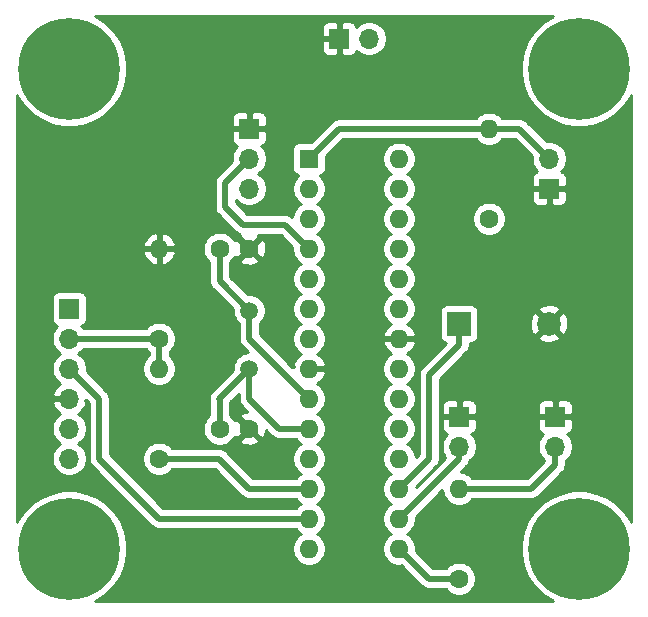
<source format=gbr>
%TF.GenerationSoftware,KiCad,Pcbnew,(5.1.6)-1*%
%TF.CreationDate,2021-01-23T20:41:05+01:00*%
%TF.ProjectId,Ricevitore-Trasmettitore_ATMega328,52696365-7669-4746-9f72-652d54726173,rev?*%
%TF.SameCoordinates,Original*%
%TF.FileFunction,Copper,L1,Top*%
%TF.FilePolarity,Positive*%
%FSLAX46Y46*%
G04 Gerber Fmt 4.6, Leading zero omitted, Abs format (unit mm)*
G04 Created by KiCad (PCBNEW (5.1.6)-1) date 2021-01-23 20:41:05*
%MOMM*%
%LPD*%
G01*
G04 APERTURE LIST*
%TA.AperFunction,ComponentPad*%
%ADD10C,0.900000*%
%TD*%
%TA.AperFunction,ComponentPad*%
%ADD11C,8.600000*%
%TD*%
%TA.AperFunction,ComponentPad*%
%ADD12R,2.000000X2.000000*%
%TD*%
%TA.AperFunction,ComponentPad*%
%ADD13C,2.000000*%
%TD*%
%TA.AperFunction,ComponentPad*%
%ADD14C,1.600000*%
%TD*%
%TA.AperFunction,ComponentPad*%
%ADD15R,1.700000X1.700000*%
%TD*%
%TA.AperFunction,ComponentPad*%
%ADD16O,1.700000X1.700000*%
%TD*%
%TA.AperFunction,ComponentPad*%
%ADD17O,1.600000X1.600000*%
%TD*%
%TA.AperFunction,ComponentPad*%
%ADD18R,1.600000X1.600000*%
%TD*%
%TA.AperFunction,ComponentPad*%
%ADD19C,1.500000*%
%TD*%
%TA.AperFunction,Conductor*%
%ADD20C,0.508000*%
%TD*%
%TA.AperFunction,Conductor*%
%ADD21C,0.254000*%
%TD*%
G04 APERTURE END LIST*
D10*
%TO.P,H3,1*%
%TO.N,N/C*%
X116580419Y-89159581D03*
X114300000Y-88215000D03*
X112019581Y-89159581D03*
X111075000Y-91440000D03*
X112019581Y-93720419D03*
X114300000Y-94665000D03*
X116580419Y-93720419D03*
X117525000Y-91440000D03*
D11*
X114300000Y-91440000D03*
%TD*%
D10*
%TO.P,H4,1*%
%TO.N,N/C*%
X116580419Y-129799581D03*
X114300000Y-128855000D03*
X112019581Y-129799581D03*
X111075000Y-132080000D03*
X112019581Y-134360419D03*
X114300000Y-135305000D03*
X116580419Y-134360419D03*
X117525000Y-132080000D03*
D11*
X114300000Y-132080000D03*
%TD*%
D10*
%TO.P,H2,1*%
%TO.N,N/C*%
X73400419Y-129799581D03*
X71120000Y-128855000D03*
X68839581Y-129799581D03*
X67895000Y-132080000D03*
X68839581Y-134360419D03*
X71120000Y-135305000D03*
X73400419Y-134360419D03*
X74345000Y-132080000D03*
D11*
X71120000Y-132080000D03*
%TD*%
D10*
%TO.P,H1,1*%
%TO.N,N/C*%
X73400419Y-89159581D03*
X71120000Y-88215000D03*
X68839581Y-89159581D03*
X67895000Y-91440000D03*
X68839581Y-93720419D03*
X71120000Y-94665000D03*
X73400419Y-93720419D03*
X74345000Y-91440000D03*
D11*
X71120000Y-91440000D03*
%TD*%
D12*
%TO.P,BZ1,1*%
%TO.N,BUZZER*%
X104140000Y-113030000D03*
D13*
%TO.P,BZ1,2*%
%TO.N,GND*%
X111740000Y-113030000D03*
%TD*%
D14*
%TO.P,22p,1*%
%TO.N,GND*%
X86360000Y-106680000D03*
%TO.P,22p,2*%
%TO.N,Net-(C1-Pad2)*%
X83860000Y-106680000D03*
%TD*%
%TO.P,22p,2*%
%TO.N,Net-(C2-Pad2)*%
X83860000Y-121920000D03*
%TO.P,22p,1*%
%TO.N,GND*%
X86360000Y-121920000D03*
%TD*%
D15*
%TO.P,+,1*%
%TO.N,GND*%
X112268000Y-120904000D03*
D16*
%TO.P,+,2*%
%TO.N,Net-(J1-Pad2)*%
X112268000Y-123444000D03*
%TD*%
%TO.P,BOTTONE,2*%
%TO.N,BOTTONE*%
X104140000Y-123444000D03*
D15*
%TO.P,BOTTONE,1*%
%TO.N,GND*%
X104140000Y-120904000D03*
%TD*%
%TO.P,+,1*%
%TO.N,GND*%
X86360000Y-96520000D03*
D16*
%TO.P,+,2*%
%TO.N,INTERRUPT*%
X86360000Y-99060000D03*
%TO.P,+,3*%
%TO.N,VCC*%
X86360000Y-101600000D03*
%TD*%
D15*
%TO.P,+,1*%
%TO.N,Net-(J4-Pad1)*%
X71120000Y-111760000D03*
D16*
%TO.P,+,2*%
%TO.N,PARTITORE*%
X71120000Y-114300000D03*
%TO.P,+,3*%
%TO.N,RX*%
X71120000Y-116840000D03*
%TO.P,+,4*%
%TO.N,GND*%
X71120000Y-119380000D03*
%TO.P,+,5*%
%TO.N,VCC*%
X71120000Y-121920000D03*
%TO.P,+,6*%
%TO.N,Net-(J4-Pad6)*%
X71120000Y-124460000D03*
%TD*%
D15*
%TO.P,5V ,1*%
%TO.N,GND*%
X93980000Y-88900000D03*
D16*
%TO.P,5V ,2*%
%TO.N,VCC*%
X96520000Y-88900000D03*
%TD*%
%TO.P,RESET,2*%
%TO.N,RESET*%
X111760000Y-99060000D03*
D15*
%TO.P,RESET,1*%
%TO.N,GND*%
X111760000Y-101600000D03*
%TD*%
D14*
%TO.P,1K,1*%
%TO.N,TX*%
X78740000Y-124460000D03*
D17*
%TO.P,1K,2*%
%TO.N,PARTITORE*%
X78740000Y-116840000D03*
%TD*%
%TO.P,2K,2*%
%TO.N,GND*%
X78740000Y-106680000D03*
D14*
%TO.P,2K,1*%
%TO.N,PARTITORE*%
X78740000Y-114300000D03*
%TD*%
D17*
%TO.P,390,2*%
%TO.N,Net-(J1-Pad2)*%
X104140000Y-127000000D03*
D14*
%TO.P,390,1*%
%TO.N,LED*%
X104140000Y-134620000D03*
%TD*%
%TO.P,10K,1*%
%TO.N,VCC*%
X106680000Y-104140000D03*
D17*
%TO.P,10K,2*%
%TO.N,RESET*%
X106680000Y-96520000D03*
%TD*%
D18*
%TO.P,ATmega328,1*%
%TO.N,RESET*%
X91440000Y-99060000D03*
D17*
%TO.P,ATmega328,15*%
%TO.N,LED*%
X99060000Y-132080000D03*
%TO.P,ATmega328,2*%
%TO.N,Net-(U1-Pad2)*%
X91440000Y-101600000D03*
%TO.P,ATmega328,16*%
%TO.N,BOTTONE*%
X99060000Y-129540000D03*
%TO.P,ATmega328,3*%
%TO.N,Net-(U1-Pad3)*%
X91440000Y-104140000D03*
%TO.P,ATmega328,17*%
%TO.N,BUZZER*%
X99060000Y-127000000D03*
%TO.P,ATmega328,4*%
%TO.N,INTERRUPT*%
X91440000Y-106680000D03*
%TO.P,ATmega328,18*%
%TO.N,Net-(U1-Pad18)*%
X99060000Y-124460000D03*
%TO.P,ATmega328,5*%
%TO.N,Net-(U1-Pad5)*%
X91440000Y-109220000D03*
%TO.P,ATmega328,19*%
%TO.N,Net-(U1-Pad19)*%
X99060000Y-121920000D03*
%TO.P,ATmega328,6*%
%TO.N,Net-(U1-Pad6)*%
X91440000Y-111760000D03*
%TO.P,ATmega328,20*%
%TO.N,VCC*%
X99060000Y-119380000D03*
%TO.P,ATmega328,7*%
X91440000Y-114300000D03*
%TO.P,ATmega328,21*%
X99060000Y-116840000D03*
%TO.P,ATmega328,8*%
%TO.N,GND*%
X91440000Y-116840000D03*
%TO.P,ATmega328,22*%
X99060000Y-114300000D03*
%TO.P,ATmega328,9*%
%TO.N,Net-(C1-Pad2)*%
X91440000Y-119380000D03*
%TO.P,ATmega328,23*%
%TO.N,Net-(U1-Pad23)*%
X99060000Y-111760000D03*
%TO.P,ATmega328,10*%
%TO.N,Net-(C2-Pad2)*%
X91440000Y-121920000D03*
%TO.P,ATmega328,24*%
%TO.N,Net-(U1-Pad24)*%
X99060000Y-109220000D03*
%TO.P,ATmega328,11*%
%TO.N,Net-(U1-Pad11)*%
X91440000Y-124460000D03*
%TO.P,ATmega328,25*%
%TO.N,Net-(U1-Pad25)*%
X99060000Y-106680000D03*
%TO.P,ATmega328,12*%
%TO.N,TX*%
X91440000Y-127000000D03*
%TO.P,ATmega328,26*%
%TO.N,Net-(U1-Pad26)*%
X99060000Y-104140000D03*
%TO.P,ATmega328,13*%
%TO.N,RX*%
X91440000Y-129540000D03*
%TO.P,ATmega328,27*%
%TO.N,Net-(U1-Pad27)*%
X99060000Y-101600000D03*
%TO.P,ATmega328,14*%
%TO.N,Net-(U1-Pad14)*%
X91440000Y-132080000D03*
%TO.P,ATmega328,28*%
%TO.N,Net-(U1-Pad28)*%
X99060000Y-99060000D03*
%TD*%
D19*
%TO.P,Y1,1*%
%TO.N,Net-(C2-Pad2)*%
X86360000Y-116840000D03*
%TO.P,Y1,2*%
%TO.N,Net-(C1-Pad2)*%
X86360000Y-111940000D03*
%TD*%
D20*
%TO.N,BUZZER*%
X99060000Y-127000000D02*
X101600000Y-124460000D01*
X101600000Y-124460000D02*
X101600000Y-117348000D01*
X104140000Y-114808000D02*
X104140000Y-113030000D01*
X101600000Y-117348000D02*
X104140000Y-114808000D01*
%TO.N,Net-(C1-Pad2)*%
X83860000Y-109440000D02*
X86360000Y-111940000D01*
X83860000Y-106680000D02*
X83860000Y-109440000D01*
X86360000Y-114300000D02*
X91440000Y-119380000D01*
X86360000Y-111940000D02*
X86360000Y-114300000D01*
%TO.N,Net-(C2-Pad2)*%
X86360000Y-116840000D02*
X83820000Y-119380000D01*
X83860000Y-119420000D02*
X83860000Y-121920000D01*
X83820000Y-119380000D02*
X83860000Y-119420000D01*
X86360000Y-116840000D02*
X86360000Y-119380000D01*
X88900000Y-121920000D02*
X91440000Y-121920000D01*
X86360000Y-119380000D02*
X88900000Y-121920000D01*
%TO.N,LED*%
X99060000Y-132080000D02*
X101600000Y-134620000D01*
X101600000Y-134620000D02*
X104140000Y-134620000D01*
%TO.N,BOTTONE*%
X104140000Y-124460000D02*
X104140000Y-123444000D01*
X99060000Y-129540000D02*
X104140000Y-124460000D01*
%TO.N,INTERRUPT*%
X86360000Y-99060000D02*
X84328000Y-101092000D01*
X84328000Y-101092000D02*
X84328000Y-103124000D01*
X84328000Y-103124000D02*
X85852000Y-104648000D01*
X89408000Y-104648000D02*
X91440000Y-106680000D01*
X85852000Y-104648000D02*
X89408000Y-104648000D01*
%TO.N,PARTITORE*%
X71120000Y-114300000D02*
X78740000Y-114300000D01*
X78740000Y-114300000D02*
X78740000Y-116840000D01*
%TO.N,RX*%
X71120000Y-116840000D02*
X73660000Y-119380000D01*
X73660000Y-119380000D02*
X73660000Y-124460000D01*
X78740000Y-129540000D02*
X91440000Y-129540000D01*
X73660000Y-124460000D02*
X78740000Y-129540000D01*
%TO.N,RESET*%
X106680000Y-96520000D02*
X109220000Y-96520000D01*
X109220000Y-96520000D02*
X111760000Y-99060000D01*
X91440000Y-99060000D02*
X93980000Y-96520000D01*
X93980000Y-96520000D02*
X106680000Y-96520000D01*
%TO.N,TX*%
X78740000Y-124460000D02*
X83820000Y-124460000D01*
X86360000Y-127000000D02*
X91440000Y-127000000D01*
X83820000Y-124460000D02*
X86360000Y-127000000D01*
%TO.N,Net-(J1-Pad2)*%
X104140000Y-127000000D02*
X110236000Y-127000000D01*
X112268000Y-124968000D02*
X112268000Y-123444000D01*
X110236000Y-127000000D02*
X112268000Y-124968000D01*
%TD*%
D21*
%TO.N,GND*%
G36*
X111962401Y-87066660D02*
G01*
X111154121Y-87606735D01*
X110466735Y-88294121D01*
X109926660Y-89102401D01*
X109554650Y-90000514D01*
X109365000Y-90953945D01*
X109365000Y-91926055D01*
X109554650Y-92879486D01*
X109926660Y-93777599D01*
X110466735Y-94585879D01*
X111154121Y-95273265D01*
X111962401Y-95813340D01*
X112860514Y-96185350D01*
X113813945Y-96375000D01*
X114786055Y-96375000D01*
X115739486Y-96185350D01*
X116637599Y-95813340D01*
X117445879Y-95273265D01*
X118133265Y-94585879D01*
X118673340Y-93777599D01*
X118720001Y-93664949D01*
X118720000Y-129855048D01*
X118673340Y-129742401D01*
X118133265Y-128934121D01*
X117445879Y-128246735D01*
X116637599Y-127706660D01*
X115739486Y-127334650D01*
X114786055Y-127145000D01*
X113813945Y-127145000D01*
X112860514Y-127334650D01*
X111962401Y-127706660D01*
X111154121Y-128246735D01*
X110466735Y-128934121D01*
X109926660Y-129742401D01*
X109554650Y-130640514D01*
X109365000Y-131593945D01*
X109365000Y-132566055D01*
X109554650Y-133519486D01*
X109926660Y-134417599D01*
X110466735Y-135225879D01*
X111154121Y-135913265D01*
X111962401Y-136453340D01*
X112075048Y-136500000D01*
X73344952Y-136500000D01*
X73457599Y-136453340D01*
X74265879Y-135913265D01*
X74953265Y-135225879D01*
X75493340Y-134417599D01*
X75865350Y-133519486D01*
X76055000Y-132566055D01*
X76055000Y-131593945D01*
X75865350Y-130640514D01*
X75493340Y-129742401D01*
X74953265Y-128934121D01*
X74265879Y-128246735D01*
X73457599Y-127706660D01*
X72559486Y-127334650D01*
X71606055Y-127145000D01*
X70633945Y-127145000D01*
X69680514Y-127334650D01*
X68782401Y-127706660D01*
X67974121Y-128246735D01*
X67286735Y-128934121D01*
X66746660Y-129742401D01*
X66700000Y-129855048D01*
X66700000Y-110910000D01*
X69631928Y-110910000D01*
X69631928Y-112610000D01*
X69644188Y-112734482D01*
X69680498Y-112854180D01*
X69739463Y-112964494D01*
X69818815Y-113061185D01*
X69915506Y-113140537D01*
X70025820Y-113199502D01*
X70098380Y-113221513D01*
X69966525Y-113353368D01*
X69804010Y-113596589D01*
X69692068Y-113866842D01*
X69635000Y-114153740D01*
X69635000Y-114446260D01*
X69692068Y-114733158D01*
X69804010Y-115003411D01*
X69966525Y-115246632D01*
X70173368Y-115453475D01*
X70347760Y-115570000D01*
X70173368Y-115686525D01*
X69966525Y-115893368D01*
X69804010Y-116136589D01*
X69692068Y-116406842D01*
X69635000Y-116693740D01*
X69635000Y-116986260D01*
X69692068Y-117273158D01*
X69804010Y-117543411D01*
X69966525Y-117786632D01*
X70173368Y-117993475D01*
X70355534Y-118115195D01*
X70238645Y-118184822D01*
X70022412Y-118379731D01*
X69848359Y-118613080D01*
X69723175Y-118875901D01*
X69678524Y-119023110D01*
X69799845Y-119253000D01*
X70993000Y-119253000D01*
X70993000Y-119233000D01*
X71247000Y-119233000D01*
X71247000Y-119253000D01*
X71267000Y-119253000D01*
X71267000Y-119507000D01*
X71247000Y-119507000D01*
X71247000Y-119527000D01*
X70993000Y-119527000D01*
X70993000Y-119507000D01*
X69799845Y-119507000D01*
X69678524Y-119736890D01*
X69723175Y-119884099D01*
X69848359Y-120146920D01*
X70022412Y-120380269D01*
X70238645Y-120575178D01*
X70355534Y-120644805D01*
X70173368Y-120766525D01*
X69966525Y-120973368D01*
X69804010Y-121216589D01*
X69692068Y-121486842D01*
X69635000Y-121773740D01*
X69635000Y-122066260D01*
X69692068Y-122353158D01*
X69804010Y-122623411D01*
X69966525Y-122866632D01*
X70173368Y-123073475D01*
X70347760Y-123190000D01*
X70173368Y-123306525D01*
X69966525Y-123513368D01*
X69804010Y-123756589D01*
X69692068Y-124026842D01*
X69635000Y-124313740D01*
X69635000Y-124606260D01*
X69692068Y-124893158D01*
X69804010Y-125163411D01*
X69966525Y-125406632D01*
X70173368Y-125613475D01*
X70416589Y-125775990D01*
X70686842Y-125887932D01*
X70973740Y-125945000D01*
X71266260Y-125945000D01*
X71553158Y-125887932D01*
X71823411Y-125775990D01*
X72066632Y-125613475D01*
X72273475Y-125406632D01*
X72435990Y-125163411D01*
X72547932Y-124893158D01*
X72605000Y-124606260D01*
X72605000Y-124313740D01*
X72547932Y-124026842D01*
X72435990Y-123756589D01*
X72273475Y-123513368D01*
X72066632Y-123306525D01*
X71892240Y-123190000D01*
X72066632Y-123073475D01*
X72273475Y-122866632D01*
X72435990Y-122623411D01*
X72547932Y-122353158D01*
X72605000Y-122066260D01*
X72605000Y-121773740D01*
X72547932Y-121486842D01*
X72435990Y-121216589D01*
X72273475Y-120973368D01*
X72066632Y-120766525D01*
X71884466Y-120644805D01*
X72001355Y-120575178D01*
X72217588Y-120380269D01*
X72391641Y-120146920D01*
X72516825Y-119884099D01*
X72561476Y-119736890D01*
X72440156Y-119507002D01*
X72529766Y-119507002D01*
X72771000Y-119748236D01*
X72771001Y-124416330D01*
X72766700Y-124460000D01*
X72783864Y-124634274D01*
X72834698Y-124801852D01*
X72902661Y-124929000D01*
X72917248Y-124956291D01*
X73028342Y-125091659D01*
X73062259Y-125119494D01*
X78080506Y-130137742D01*
X78108341Y-130171659D01*
X78243709Y-130282753D01*
X78398149Y-130365303D01*
X78492758Y-130394002D01*
X78565725Y-130416136D01*
X78582325Y-130417771D01*
X78696333Y-130429000D01*
X78696340Y-130429000D01*
X78740000Y-130433300D01*
X78783660Y-130429000D01*
X90308151Y-130429000D01*
X90325363Y-130454759D01*
X90525241Y-130654637D01*
X90757759Y-130810000D01*
X90525241Y-130965363D01*
X90325363Y-131165241D01*
X90168320Y-131400273D01*
X90060147Y-131661426D01*
X90005000Y-131938665D01*
X90005000Y-132221335D01*
X90060147Y-132498574D01*
X90168320Y-132759727D01*
X90325363Y-132994759D01*
X90525241Y-133194637D01*
X90760273Y-133351680D01*
X91021426Y-133459853D01*
X91298665Y-133515000D01*
X91581335Y-133515000D01*
X91858574Y-133459853D01*
X92119727Y-133351680D01*
X92354759Y-133194637D01*
X92554637Y-132994759D01*
X92711680Y-132759727D01*
X92819853Y-132498574D01*
X92875000Y-132221335D01*
X92875000Y-131938665D01*
X92819853Y-131661426D01*
X92711680Y-131400273D01*
X92554637Y-131165241D01*
X92354759Y-130965363D01*
X92122241Y-130810000D01*
X92354759Y-130654637D01*
X92554637Y-130454759D01*
X92711680Y-130219727D01*
X92819853Y-129958574D01*
X92875000Y-129681335D01*
X92875000Y-129398665D01*
X92819853Y-129121426D01*
X92711680Y-128860273D01*
X92554637Y-128625241D01*
X92354759Y-128425363D01*
X92122241Y-128270000D01*
X92354759Y-128114637D01*
X92554637Y-127914759D01*
X92711680Y-127679727D01*
X92819853Y-127418574D01*
X92875000Y-127141335D01*
X92875000Y-126858665D01*
X92819853Y-126581426D01*
X92711680Y-126320273D01*
X92554637Y-126085241D01*
X92354759Y-125885363D01*
X92122241Y-125730000D01*
X92354759Y-125574637D01*
X92554637Y-125374759D01*
X92711680Y-125139727D01*
X92819853Y-124878574D01*
X92875000Y-124601335D01*
X92875000Y-124318665D01*
X92819853Y-124041426D01*
X92711680Y-123780273D01*
X92554637Y-123545241D01*
X92354759Y-123345363D01*
X92122241Y-123190000D01*
X92354759Y-123034637D01*
X92554637Y-122834759D01*
X92711680Y-122599727D01*
X92819853Y-122338574D01*
X92875000Y-122061335D01*
X92875000Y-121778665D01*
X92819853Y-121501426D01*
X92711680Y-121240273D01*
X92554637Y-121005241D01*
X92354759Y-120805363D01*
X92122241Y-120650000D01*
X92354759Y-120494637D01*
X92554637Y-120294759D01*
X92711680Y-120059727D01*
X92819853Y-119798574D01*
X92875000Y-119521335D01*
X92875000Y-119238665D01*
X92819853Y-118961426D01*
X92711680Y-118700273D01*
X92554637Y-118465241D01*
X92354759Y-118265363D01*
X92119727Y-118108320D01*
X92109135Y-118103933D01*
X92295131Y-117992385D01*
X92503519Y-117803414D01*
X92671037Y-117577420D01*
X92791246Y-117323087D01*
X92831904Y-117189039D01*
X92709915Y-116967000D01*
X91567000Y-116967000D01*
X91567000Y-116987000D01*
X91313000Y-116987000D01*
X91313000Y-116967000D01*
X91293000Y-116967000D01*
X91293000Y-116713000D01*
X91313000Y-116713000D01*
X91313000Y-116693000D01*
X91567000Y-116693000D01*
X91567000Y-116713000D01*
X92709915Y-116713000D01*
X92717790Y-116698665D01*
X97625000Y-116698665D01*
X97625000Y-116981335D01*
X97680147Y-117258574D01*
X97788320Y-117519727D01*
X97945363Y-117754759D01*
X98145241Y-117954637D01*
X98377759Y-118110000D01*
X98145241Y-118265363D01*
X97945363Y-118465241D01*
X97788320Y-118700273D01*
X97680147Y-118961426D01*
X97625000Y-119238665D01*
X97625000Y-119521335D01*
X97680147Y-119798574D01*
X97788320Y-120059727D01*
X97945363Y-120294759D01*
X98145241Y-120494637D01*
X98377759Y-120650000D01*
X98145241Y-120805363D01*
X97945363Y-121005241D01*
X97788320Y-121240273D01*
X97680147Y-121501426D01*
X97625000Y-121778665D01*
X97625000Y-122061335D01*
X97680147Y-122338574D01*
X97788320Y-122599727D01*
X97945363Y-122834759D01*
X98145241Y-123034637D01*
X98377759Y-123190000D01*
X98145241Y-123345363D01*
X97945363Y-123545241D01*
X97788320Y-123780273D01*
X97680147Y-124041426D01*
X97625000Y-124318665D01*
X97625000Y-124601335D01*
X97680147Y-124878574D01*
X97788320Y-125139727D01*
X97945363Y-125374759D01*
X98145241Y-125574637D01*
X98377759Y-125730000D01*
X98145241Y-125885363D01*
X97945363Y-126085241D01*
X97788320Y-126320273D01*
X97680147Y-126581426D01*
X97625000Y-126858665D01*
X97625000Y-127141335D01*
X97680147Y-127418574D01*
X97788320Y-127679727D01*
X97945363Y-127914759D01*
X98145241Y-128114637D01*
X98377759Y-128270000D01*
X98145241Y-128425363D01*
X97945363Y-128625241D01*
X97788320Y-128860273D01*
X97680147Y-129121426D01*
X97625000Y-129398665D01*
X97625000Y-129681335D01*
X97680147Y-129958574D01*
X97788320Y-130219727D01*
X97945363Y-130454759D01*
X98145241Y-130654637D01*
X98377759Y-130810000D01*
X98145241Y-130965363D01*
X97945363Y-131165241D01*
X97788320Y-131400273D01*
X97680147Y-131661426D01*
X97625000Y-131938665D01*
X97625000Y-132221335D01*
X97680147Y-132498574D01*
X97788320Y-132759727D01*
X97945363Y-132994759D01*
X98145241Y-133194637D01*
X98380273Y-133351680D01*
X98641426Y-133459853D01*
X98918665Y-133515000D01*
X99201335Y-133515000D01*
X99231721Y-133508956D01*
X100940506Y-135217742D01*
X100968341Y-135251659D01*
X101103709Y-135362753D01*
X101258149Y-135445303D01*
X101324058Y-135465296D01*
X101425724Y-135496136D01*
X101458924Y-135499406D01*
X101556333Y-135509000D01*
X101556339Y-135509000D01*
X101599999Y-135513300D01*
X101643659Y-135509000D01*
X103008151Y-135509000D01*
X103025363Y-135534759D01*
X103225241Y-135734637D01*
X103460273Y-135891680D01*
X103721426Y-135999853D01*
X103998665Y-136055000D01*
X104281335Y-136055000D01*
X104558574Y-135999853D01*
X104819727Y-135891680D01*
X105054759Y-135734637D01*
X105254637Y-135534759D01*
X105411680Y-135299727D01*
X105519853Y-135038574D01*
X105575000Y-134761335D01*
X105575000Y-134478665D01*
X105519853Y-134201426D01*
X105411680Y-133940273D01*
X105254637Y-133705241D01*
X105054759Y-133505363D01*
X104819727Y-133348320D01*
X104558574Y-133240147D01*
X104281335Y-133185000D01*
X103998665Y-133185000D01*
X103721426Y-133240147D01*
X103460273Y-133348320D01*
X103225241Y-133505363D01*
X103025363Y-133705241D01*
X103008151Y-133731000D01*
X101968236Y-133731000D01*
X100488956Y-132251721D01*
X100495000Y-132221335D01*
X100495000Y-131938665D01*
X100439853Y-131661426D01*
X100331680Y-131400273D01*
X100174637Y-131165241D01*
X99974759Y-130965363D01*
X99742241Y-130810000D01*
X99974759Y-130654637D01*
X100174637Y-130454759D01*
X100331680Y-130219727D01*
X100439853Y-129958574D01*
X100495000Y-129681335D01*
X100495000Y-129398665D01*
X100488956Y-129368279D01*
X102706809Y-127150427D01*
X102760147Y-127418574D01*
X102868320Y-127679727D01*
X103025363Y-127914759D01*
X103225241Y-128114637D01*
X103460273Y-128271680D01*
X103721426Y-128379853D01*
X103998665Y-128435000D01*
X104281335Y-128435000D01*
X104558574Y-128379853D01*
X104819727Y-128271680D01*
X105054759Y-128114637D01*
X105254637Y-127914759D01*
X105271849Y-127889000D01*
X110192340Y-127889000D01*
X110236000Y-127893300D01*
X110279660Y-127889000D01*
X110279667Y-127889000D01*
X110410274Y-127876136D01*
X110577851Y-127825303D01*
X110732291Y-127742753D01*
X110867659Y-127631659D01*
X110895499Y-127597736D01*
X112865743Y-125627493D01*
X112899659Y-125599659D01*
X113010753Y-125464291D01*
X113093303Y-125309851D01*
X113144136Y-125142274D01*
X113157000Y-125011667D01*
X113157000Y-125011660D01*
X113161300Y-124968000D01*
X113157000Y-124924340D01*
X113157000Y-124635983D01*
X113214632Y-124597475D01*
X113421475Y-124390632D01*
X113583990Y-124147411D01*
X113695932Y-123877158D01*
X113753000Y-123590260D01*
X113753000Y-123297740D01*
X113695932Y-123010842D01*
X113583990Y-122740589D01*
X113421475Y-122497368D01*
X113289620Y-122365513D01*
X113362180Y-122343502D01*
X113472494Y-122284537D01*
X113569185Y-122205185D01*
X113648537Y-122108494D01*
X113707502Y-121998180D01*
X113743812Y-121878482D01*
X113756072Y-121754000D01*
X113753000Y-121189750D01*
X113594250Y-121031000D01*
X112395000Y-121031000D01*
X112395000Y-121051000D01*
X112141000Y-121051000D01*
X112141000Y-121031000D01*
X110941750Y-121031000D01*
X110783000Y-121189750D01*
X110779928Y-121754000D01*
X110792188Y-121878482D01*
X110828498Y-121998180D01*
X110887463Y-122108494D01*
X110966815Y-122205185D01*
X111063506Y-122284537D01*
X111173820Y-122343502D01*
X111246380Y-122365513D01*
X111114525Y-122497368D01*
X110952010Y-122740589D01*
X110840068Y-123010842D01*
X110783000Y-123297740D01*
X110783000Y-123590260D01*
X110840068Y-123877158D01*
X110952010Y-124147411D01*
X111114525Y-124390632D01*
X111321368Y-124597475D01*
X111357288Y-124621476D01*
X109867765Y-126111000D01*
X105271849Y-126111000D01*
X105254637Y-126085241D01*
X105054759Y-125885363D01*
X104819727Y-125728320D01*
X104558574Y-125620147D01*
X104290427Y-125566809D01*
X104737743Y-125119493D01*
X104771659Y-125091659D01*
X104882753Y-124956291D01*
X104965303Y-124801851D01*
X104994002Y-124707242D01*
X105012216Y-124647198D01*
X105086632Y-124597475D01*
X105293475Y-124390632D01*
X105455990Y-124147411D01*
X105567932Y-123877158D01*
X105625000Y-123590260D01*
X105625000Y-123297740D01*
X105567932Y-123010842D01*
X105455990Y-122740589D01*
X105293475Y-122497368D01*
X105161620Y-122365513D01*
X105234180Y-122343502D01*
X105344494Y-122284537D01*
X105441185Y-122205185D01*
X105520537Y-122108494D01*
X105579502Y-121998180D01*
X105615812Y-121878482D01*
X105628072Y-121754000D01*
X105625000Y-121189750D01*
X105466250Y-121031000D01*
X104267000Y-121031000D01*
X104267000Y-121051000D01*
X104013000Y-121051000D01*
X104013000Y-121031000D01*
X102813750Y-121031000D01*
X102655000Y-121189750D01*
X102651928Y-121754000D01*
X102664188Y-121878482D01*
X102700498Y-121998180D01*
X102759463Y-122108494D01*
X102838815Y-122205185D01*
X102935506Y-122284537D01*
X103045820Y-122343502D01*
X103118380Y-122365513D01*
X102986525Y-122497368D01*
X102824010Y-122740589D01*
X102712068Y-123010842D01*
X102655000Y-123297740D01*
X102655000Y-123590260D01*
X102712068Y-123877158D01*
X102824010Y-124147411D01*
X102972749Y-124370015D01*
X100493191Y-126849573D01*
X100488956Y-126828279D01*
X102197743Y-125119493D01*
X102231659Y-125091659D01*
X102342753Y-124956291D01*
X102425303Y-124801851D01*
X102445296Y-124735942D01*
X102476136Y-124634276D01*
X102479760Y-124597475D01*
X102489000Y-124503667D01*
X102489000Y-124503661D01*
X102493300Y-124460001D01*
X102489000Y-124416341D01*
X102489000Y-120054000D01*
X102651928Y-120054000D01*
X102655000Y-120618250D01*
X102813750Y-120777000D01*
X104013000Y-120777000D01*
X104013000Y-119577750D01*
X104267000Y-119577750D01*
X104267000Y-120777000D01*
X105466250Y-120777000D01*
X105625000Y-120618250D01*
X105628072Y-120054000D01*
X110779928Y-120054000D01*
X110783000Y-120618250D01*
X110941750Y-120777000D01*
X112141000Y-120777000D01*
X112141000Y-119577750D01*
X112395000Y-119577750D01*
X112395000Y-120777000D01*
X113594250Y-120777000D01*
X113753000Y-120618250D01*
X113756072Y-120054000D01*
X113743812Y-119929518D01*
X113707502Y-119809820D01*
X113648537Y-119699506D01*
X113569185Y-119602815D01*
X113472494Y-119523463D01*
X113362180Y-119464498D01*
X113242482Y-119428188D01*
X113118000Y-119415928D01*
X112553750Y-119419000D01*
X112395000Y-119577750D01*
X112141000Y-119577750D01*
X111982250Y-119419000D01*
X111418000Y-119415928D01*
X111293518Y-119428188D01*
X111173820Y-119464498D01*
X111063506Y-119523463D01*
X110966815Y-119602815D01*
X110887463Y-119699506D01*
X110828498Y-119809820D01*
X110792188Y-119929518D01*
X110779928Y-120054000D01*
X105628072Y-120054000D01*
X105615812Y-119929518D01*
X105579502Y-119809820D01*
X105520537Y-119699506D01*
X105441185Y-119602815D01*
X105344494Y-119523463D01*
X105234180Y-119464498D01*
X105114482Y-119428188D01*
X104990000Y-119415928D01*
X104425750Y-119419000D01*
X104267000Y-119577750D01*
X104013000Y-119577750D01*
X103854250Y-119419000D01*
X103290000Y-119415928D01*
X103165518Y-119428188D01*
X103045820Y-119464498D01*
X102935506Y-119523463D01*
X102838815Y-119602815D01*
X102759463Y-119699506D01*
X102700498Y-119809820D01*
X102664188Y-119929518D01*
X102651928Y-120054000D01*
X102489000Y-120054000D01*
X102489000Y-117716235D01*
X104737743Y-115467493D01*
X104771659Y-115439659D01*
X104882753Y-115304291D01*
X104965303Y-115149851D01*
X104999408Y-115037420D01*
X105016136Y-114982276D01*
X105024462Y-114897740D01*
X105029000Y-114851667D01*
X105029000Y-114851661D01*
X105033300Y-114808001D01*
X105029000Y-114764341D01*
X105029000Y-114668072D01*
X105140000Y-114668072D01*
X105264482Y-114655812D01*
X105384180Y-114619502D01*
X105494494Y-114560537D01*
X105591185Y-114481185D01*
X105670537Y-114384494D01*
X105729502Y-114274180D01*
X105762496Y-114165413D01*
X110784192Y-114165413D01*
X110879956Y-114429814D01*
X111169571Y-114570704D01*
X111481108Y-114652384D01*
X111802595Y-114671718D01*
X112121675Y-114627961D01*
X112426088Y-114522795D01*
X112600044Y-114429814D01*
X112695808Y-114165413D01*
X111740000Y-113209605D01*
X110784192Y-114165413D01*
X105762496Y-114165413D01*
X105765812Y-114154482D01*
X105778072Y-114030000D01*
X105778072Y-113092595D01*
X110098282Y-113092595D01*
X110142039Y-113411675D01*
X110247205Y-113716088D01*
X110340186Y-113890044D01*
X110604587Y-113985808D01*
X111560395Y-113030000D01*
X111919605Y-113030000D01*
X112875413Y-113985808D01*
X113139814Y-113890044D01*
X113280704Y-113600429D01*
X113362384Y-113288892D01*
X113381718Y-112967405D01*
X113337961Y-112648325D01*
X113232795Y-112343912D01*
X113139814Y-112169956D01*
X112875413Y-112074192D01*
X111919605Y-113030000D01*
X111560395Y-113030000D01*
X110604587Y-112074192D01*
X110340186Y-112169956D01*
X110199296Y-112459571D01*
X110117616Y-112771108D01*
X110098282Y-113092595D01*
X105778072Y-113092595D01*
X105778072Y-112030000D01*
X105765812Y-111905518D01*
X105762497Y-111894587D01*
X110784192Y-111894587D01*
X111740000Y-112850395D01*
X112695808Y-111894587D01*
X112600044Y-111630186D01*
X112310429Y-111489296D01*
X111998892Y-111407616D01*
X111677405Y-111388282D01*
X111358325Y-111432039D01*
X111053912Y-111537205D01*
X110879956Y-111630186D01*
X110784192Y-111894587D01*
X105762497Y-111894587D01*
X105729502Y-111785820D01*
X105670537Y-111675506D01*
X105591185Y-111578815D01*
X105494494Y-111499463D01*
X105384180Y-111440498D01*
X105264482Y-111404188D01*
X105140000Y-111391928D01*
X103140000Y-111391928D01*
X103015518Y-111404188D01*
X102895820Y-111440498D01*
X102785506Y-111499463D01*
X102688815Y-111578815D01*
X102609463Y-111675506D01*
X102550498Y-111785820D01*
X102514188Y-111905518D01*
X102501928Y-112030000D01*
X102501928Y-114030000D01*
X102514188Y-114154482D01*
X102550498Y-114274180D01*
X102609463Y-114384494D01*
X102688815Y-114481185D01*
X102785506Y-114560537D01*
X102895820Y-114619502D01*
X103015518Y-114655812D01*
X103033210Y-114657554D01*
X101002259Y-116688506D01*
X100968342Y-116716341D01*
X100940507Y-116750258D01*
X100940505Y-116750260D01*
X100857248Y-116851709D01*
X100774698Y-117006148D01*
X100723864Y-117173726D01*
X100706700Y-117348000D01*
X100711001Y-117391670D01*
X100711000Y-124091764D01*
X100493191Y-124309573D01*
X100439853Y-124041426D01*
X100331680Y-123780273D01*
X100174637Y-123545241D01*
X99974759Y-123345363D01*
X99742241Y-123190000D01*
X99974759Y-123034637D01*
X100174637Y-122834759D01*
X100331680Y-122599727D01*
X100439853Y-122338574D01*
X100495000Y-122061335D01*
X100495000Y-121778665D01*
X100439853Y-121501426D01*
X100331680Y-121240273D01*
X100174637Y-121005241D01*
X99974759Y-120805363D01*
X99742241Y-120650000D01*
X99974759Y-120494637D01*
X100174637Y-120294759D01*
X100331680Y-120059727D01*
X100439853Y-119798574D01*
X100495000Y-119521335D01*
X100495000Y-119238665D01*
X100439853Y-118961426D01*
X100331680Y-118700273D01*
X100174637Y-118465241D01*
X99974759Y-118265363D01*
X99742241Y-118110000D01*
X99974759Y-117954637D01*
X100174637Y-117754759D01*
X100331680Y-117519727D01*
X100439853Y-117258574D01*
X100495000Y-116981335D01*
X100495000Y-116698665D01*
X100439853Y-116421426D01*
X100331680Y-116160273D01*
X100174637Y-115925241D01*
X99974759Y-115725363D01*
X99739727Y-115568320D01*
X99729135Y-115563933D01*
X99915131Y-115452385D01*
X100123519Y-115263414D01*
X100291037Y-115037420D01*
X100411246Y-114783087D01*
X100451904Y-114649039D01*
X100329915Y-114427000D01*
X99187000Y-114427000D01*
X99187000Y-114447000D01*
X98933000Y-114447000D01*
X98933000Y-114427000D01*
X97790085Y-114427000D01*
X97668096Y-114649039D01*
X97708754Y-114783087D01*
X97828963Y-115037420D01*
X97996481Y-115263414D01*
X98204869Y-115452385D01*
X98390865Y-115563933D01*
X98380273Y-115568320D01*
X98145241Y-115725363D01*
X97945363Y-115925241D01*
X97788320Y-116160273D01*
X97680147Y-116421426D01*
X97625000Y-116698665D01*
X92717790Y-116698665D01*
X92831904Y-116490961D01*
X92791246Y-116356913D01*
X92671037Y-116102580D01*
X92503519Y-115876586D01*
X92295131Y-115687615D01*
X92109135Y-115576067D01*
X92119727Y-115571680D01*
X92354759Y-115414637D01*
X92554637Y-115214759D01*
X92711680Y-114979727D01*
X92819853Y-114718574D01*
X92875000Y-114441335D01*
X92875000Y-114158665D01*
X92819853Y-113881426D01*
X92711680Y-113620273D01*
X92554637Y-113385241D01*
X92354759Y-113185363D01*
X92122241Y-113030000D01*
X92354759Y-112874637D01*
X92554637Y-112674759D01*
X92711680Y-112439727D01*
X92819853Y-112178574D01*
X92875000Y-111901335D01*
X92875000Y-111618665D01*
X92819853Y-111341426D01*
X92711680Y-111080273D01*
X92554637Y-110845241D01*
X92354759Y-110645363D01*
X92122241Y-110490000D01*
X92354759Y-110334637D01*
X92554637Y-110134759D01*
X92711680Y-109899727D01*
X92819853Y-109638574D01*
X92875000Y-109361335D01*
X92875000Y-109078665D01*
X92819853Y-108801426D01*
X92711680Y-108540273D01*
X92554637Y-108305241D01*
X92354759Y-108105363D01*
X92122241Y-107950000D01*
X92354759Y-107794637D01*
X92554637Y-107594759D01*
X92711680Y-107359727D01*
X92819853Y-107098574D01*
X92875000Y-106821335D01*
X92875000Y-106538665D01*
X92819853Y-106261426D01*
X92711680Y-106000273D01*
X92554637Y-105765241D01*
X92354759Y-105565363D01*
X92122241Y-105410000D01*
X92354759Y-105254637D01*
X92554637Y-105054759D01*
X92711680Y-104819727D01*
X92819853Y-104558574D01*
X92875000Y-104281335D01*
X92875000Y-103998665D01*
X92819853Y-103721426D01*
X92711680Y-103460273D01*
X92554637Y-103225241D01*
X92354759Y-103025363D01*
X92122241Y-102870000D01*
X92354759Y-102714637D01*
X92554637Y-102514759D01*
X92711680Y-102279727D01*
X92819853Y-102018574D01*
X92875000Y-101741335D01*
X92875000Y-101458665D01*
X92819853Y-101181426D01*
X92711680Y-100920273D01*
X92554637Y-100685241D01*
X92356039Y-100486643D01*
X92364482Y-100485812D01*
X92484180Y-100449502D01*
X92594494Y-100390537D01*
X92691185Y-100311185D01*
X92770537Y-100214494D01*
X92829502Y-100104180D01*
X92865812Y-99984482D01*
X92878072Y-99860000D01*
X92878072Y-98918665D01*
X97625000Y-98918665D01*
X97625000Y-99201335D01*
X97680147Y-99478574D01*
X97788320Y-99739727D01*
X97945363Y-99974759D01*
X98145241Y-100174637D01*
X98377759Y-100330000D01*
X98145241Y-100485363D01*
X97945363Y-100685241D01*
X97788320Y-100920273D01*
X97680147Y-101181426D01*
X97625000Y-101458665D01*
X97625000Y-101741335D01*
X97680147Y-102018574D01*
X97788320Y-102279727D01*
X97945363Y-102514759D01*
X98145241Y-102714637D01*
X98377759Y-102870000D01*
X98145241Y-103025363D01*
X97945363Y-103225241D01*
X97788320Y-103460273D01*
X97680147Y-103721426D01*
X97625000Y-103998665D01*
X97625000Y-104281335D01*
X97680147Y-104558574D01*
X97788320Y-104819727D01*
X97945363Y-105054759D01*
X98145241Y-105254637D01*
X98377759Y-105410000D01*
X98145241Y-105565363D01*
X97945363Y-105765241D01*
X97788320Y-106000273D01*
X97680147Y-106261426D01*
X97625000Y-106538665D01*
X97625000Y-106821335D01*
X97680147Y-107098574D01*
X97788320Y-107359727D01*
X97945363Y-107594759D01*
X98145241Y-107794637D01*
X98377759Y-107950000D01*
X98145241Y-108105363D01*
X97945363Y-108305241D01*
X97788320Y-108540273D01*
X97680147Y-108801426D01*
X97625000Y-109078665D01*
X97625000Y-109361335D01*
X97680147Y-109638574D01*
X97788320Y-109899727D01*
X97945363Y-110134759D01*
X98145241Y-110334637D01*
X98377759Y-110490000D01*
X98145241Y-110645363D01*
X97945363Y-110845241D01*
X97788320Y-111080273D01*
X97680147Y-111341426D01*
X97625000Y-111618665D01*
X97625000Y-111901335D01*
X97680147Y-112178574D01*
X97788320Y-112439727D01*
X97945363Y-112674759D01*
X98145241Y-112874637D01*
X98380273Y-113031680D01*
X98390865Y-113036067D01*
X98204869Y-113147615D01*
X97996481Y-113336586D01*
X97828963Y-113562580D01*
X97708754Y-113816913D01*
X97668096Y-113950961D01*
X97790085Y-114173000D01*
X98933000Y-114173000D01*
X98933000Y-114153000D01*
X99187000Y-114153000D01*
X99187000Y-114173000D01*
X100329915Y-114173000D01*
X100451904Y-113950961D01*
X100411246Y-113816913D01*
X100291037Y-113562580D01*
X100123519Y-113336586D01*
X99915131Y-113147615D01*
X99729135Y-113036067D01*
X99739727Y-113031680D01*
X99974759Y-112874637D01*
X100174637Y-112674759D01*
X100331680Y-112439727D01*
X100439853Y-112178574D01*
X100495000Y-111901335D01*
X100495000Y-111618665D01*
X100439853Y-111341426D01*
X100331680Y-111080273D01*
X100174637Y-110845241D01*
X99974759Y-110645363D01*
X99742241Y-110490000D01*
X99974759Y-110334637D01*
X100174637Y-110134759D01*
X100331680Y-109899727D01*
X100439853Y-109638574D01*
X100495000Y-109361335D01*
X100495000Y-109078665D01*
X100439853Y-108801426D01*
X100331680Y-108540273D01*
X100174637Y-108305241D01*
X99974759Y-108105363D01*
X99742241Y-107950000D01*
X99974759Y-107794637D01*
X100174637Y-107594759D01*
X100331680Y-107359727D01*
X100439853Y-107098574D01*
X100495000Y-106821335D01*
X100495000Y-106538665D01*
X100439853Y-106261426D01*
X100331680Y-106000273D01*
X100174637Y-105765241D01*
X99974759Y-105565363D01*
X99742241Y-105410000D01*
X99974759Y-105254637D01*
X100174637Y-105054759D01*
X100331680Y-104819727D01*
X100439853Y-104558574D01*
X100495000Y-104281335D01*
X100495000Y-103998665D01*
X105245000Y-103998665D01*
X105245000Y-104281335D01*
X105300147Y-104558574D01*
X105408320Y-104819727D01*
X105565363Y-105054759D01*
X105765241Y-105254637D01*
X106000273Y-105411680D01*
X106261426Y-105519853D01*
X106538665Y-105575000D01*
X106821335Y-105575000D01*
X107098574Y-105519853D01*
X107359727Y-105411680D01*
X107594759Y-105254637D01*
X107794637Y-105054759D01*
X107951680Y-104819727D01*
X108059853Y-104558574D01*
X108115000Y-104281335D01*
X108115000Y-103998665D01*
X108059853Y-103721426D01*
X107951680Y-103460273D01*
X107794637Y-103225241D01*
X107594759Y-103025363D01*
X107359727Y-102868320D01*
X107098574Y-102760147D01*
X106821335Y-102705000D01*
X106538665Y-102705000D01*
X106261426Y-102760147D01*
X106000273Y-102868320D01*
X105765241Y-103025363D01*
X105565363Y-103225241D01*
X105408320Y-103460273D01*
X105300147Y-103721426D01*
X105245000Y-103998665D01*
X100495000Y-103998665D01*
X100439853Y-103721426D01*
X100331680Y-103460273D01*
X100174637Y-103225241D01*
X99974759Y-103025363D01*
X99742241Y-102870000D01*
X99974759Y-102714637D01*
X100174637Y-102514759D01*
X100217907Y-102450000D01*
X110271928Y-102450000D01*
X110284188Y-102574482D01*
X110320498Y-102694180D01*
X110379463Y-102804494D01*
X110458815Y-102901185D01*
X110555506Y-102980537D01*
X110665820Y-103039502D01*
X110785518Y-103075812D01*
X110910000Y-103088072D01*
X111474250Y-103085000D01*
X111633000Y-102926250D01*
X111633000Y-101727000D01*
X111887000Y-101727000D01*
X111887000Y-102926250D01*
X112045750Y-103085000D01*
X112610000Y-103088072D01*
X112734482Y-103075812D01*
X112854180Y-103039502D01*
X112964494Y-102980537D01*
X113061185Y-102901185D01*
X113140537Y-102804494D01*
X113199502Y-102694180D01*
X113235812Y-102574482D01*
X113248072Y-102450000D01*
X113245000Y-101885750D01*
X113086250Y-101727000D01*
X111887000Y-101727000D01*
X111633000Y-101727000D01*
X110433750Y-101727000D01*
X110275000Y-101885750D01*
X110271928Y-102450000D01*
X100217907Y-102450000D01*
X100331680Y-102279727D01*
X100439853Y-102018574D01*
X100495000Y-101741335D01*
X100495000Y-101458665D01*
X100439853Y-101181426D01*
X100331680Y-100920273D01*
X100174637Y-100685241D01*
X99974759Y-100485363D01*
X99742241Y-100330000D01*
X99974759Y-100174637D01*
X100174637Y-99974759D01*
X100331680Y-99739727D01*
X100439853Y-99478574D01*
X100495000Y-99201335D01*
X100495000Y-98918665D01*
X100439853Y-98641426D01*
X100331680Y-98380273D01*
X100174637Y-98145241D01*
X99974759Y-97945363D01*
X99739727Y-97788320D01*
X99478574Y-97680147D01*
X99201335Y-97625000D01*
X98918665Y-97625000D01*
X98641426Y-97680147D01*
X98380273Y-97788320D01*
X98145241Y-97945363D01*
X97945363Y-98145241D01*
X97788320Y-98380273D01*
X97680147Y-98641426D01*
X97625000Y-98918665D01*
X92878072Y-98918665D01*
X92878072Y-98879163D01*
X94348236Y-97409000D01*
X105548151Y-97409000D01*
X105565363Y-97434759D01*
X105765241Y-97634637D01*
X106000273Y-97791680D01*
X106261426Y-97899853D01*
X106538665Y-97955000D01*
X106821335Y-97955000D01*
X107098574Y-97899853D01*
X107359727Y-97791680D01*
X107594759Y-97634637D01*
X107794637Y-97434759D01*
X107811849Y-97409000D01*
X108851765Y-97409000D01*
X110288523Y-98845758D01*
X110275000Y-98913740D01*
X110275000Y-99206260D01*
X110332068Y-99493158D01*
X110444010Y-99763411D01*
X110606525Y-100006632D01*
X110738380Y-100138487D01*
X110665820Y-100160498D01*
X110555506Y-100219463D01*
X110458815Y-100298815D01*
X110379463Y-100395506D01*
X110320498Y-100505820D01*
X110284188Y-100625518D01*
X110271928Y-100750000D01*
X110275000Y-101314250D01*
X110433750Y-101473000D01*
X111633000Y-101473000D01*
X111633000Y-101453000D01*
X111887000Y-101453000D01*
X111887000Y-101473000D01*
X113086250Y-101473000D01*
X113245000Y-101314250D01*
X113248072Y-100750000D01*
X113235812Y-100625518D01*
X113199502Y-100505820D01*
X113140537Y-100395506D01*
X113061185Y-100298815D01*
X112964494Y-100219463D01*
X112854180Y-100160498D01*
X112781620Y-100138487D01*
X112913475Y-100006632D01*
X113075990Y-99763411D01*
X113187932Y-99493158D01*
X113245000Y-99206260D01*
X113245000Y-98913740D01*
X113187932Y-98626842D01*
X113075990Y-98356589D01*
X112913475Y-98113368D01*
X112706632Y-97906525D01*
X112463411Y-97744010D01*
X112193158Y-97632068D01*
X111906260Y-97575000D01*
X111613740Y-97575000D01*
X111545758Y-97588523D01*
X109879499Y-95922264D01*
X109851659Y-95888341D01*
X109716291Y-95777247D01*
X109561851Y-95694697D01*
X109394274Y-95643864D01*
X109263667Y-95631000D01*
X109263660Y-95631000D01*
X109220000Y-95626700D01*
X109176340Y-95631000D01*
X107811849Y-95631000D01*
X107794637Y-95605241D01*
X107594759Y-95405363D01*
X107359727Y-95248320D01*
X107098574Y-95140147D01*
X106821335Y-95085000D01*
X106538665Y-95085000D01*
X106261426Y-95140147D01*
X106000273Y-95248320D01*
X105765241Y-95405363D01*
X105565363Y-95605241D01*
X105548151Y-95631000D01*
X94023659Y-95631000D01*
X93979999Y-95626700D01*
X93936339Y-95631000D01*
X93936333Y-95631000D01*
X93838924Y-95640594D01*
X93805724Y-95643864D01*
X93704058Y-95674704D01*
X93638149Y-95694697D01*
X93483709Y-95777247D01*
X93348341Y-95888341D01*
X93320506Y-95922258D01*
X91620837Y-97621928D01*
X90640000Y-97621928D01*
X90515518Y-97634188D01*
X90395820Y-97670498D01*
X90285506Y-97729463D01*
X90188815Y-97808815D01*
X90109463Y-97905506D01*
X90050498Y-98015820D01*
X90014188Y-98135518D01*
X90001928Y-98260000D01*
X90001928Y-99860000D01*
X90014188Y-99984482D01*
X90050498Y-100104180D01*
X90109463Y-100214494D01*
X90188815Y-100311185D01*
X90285506Y-100390537D01*
X90395820Y-100449502D01*
X90515518Y-100485812D01*
X90523961Y-100486643D01*
X90325363Y-100685241D01*
X90168320Y-100920273D01*
X90060147Y-101181426D01*
X90005000Y-101458665D01*
X90005000Y-101741335D01*
X90060147Y-102018574D01*
X90168320Y-102279727D01*
X90325363Y-102514759D01*
X90525241Y-102714637D01*
X90757759Y-102870000D01*
X90525241Y-103025363D01*
X90325363Y-103225241D01*
X90168320Y-103460273D01*
X90060147Y-103721426D01*
X90006841Y-103989408D01*
X89904291Y-103905247D01*
X89749851Y-103822697D01*
X89582274Y-103771864D01*
X89451667Y-103759000D01*
X89451660Y-103759000D01*
X89408000Y-103754700D01*
X89364340Y-103759000D01*
X86220236Y-103759000D01*
X85217000Y-102755765D01*
X85217000Y-102557107D01*
X85413368Y-102753475D01*
X85656589Y-102915990D01*
X85926842Y-103027932D01*
X86213740Y-103085000D01*
X86506260Y-103085000D01*
X86793158Y-103027932D01*
X87063411Y-102915990D01*
X87306632Y-102753475D01*
X87513475Y-102546632D01*
X87675990Y-102303411D01*
X87787932Y-102033158D01*
X87845000Y-101746260D01*
X87845000Y-101453740D01*
X87787932Y-101166842D01*
X87675990Y-100896589D01*
X87513475Y-100653368D01*
X87306632Y-100446525D01*
X87132240Y-100330000D01*
X87306632Y-100213475D01*
X87513475Y-100006632D01*
X87675990Y-99763411D01*
X87787932Y-99493158D01*
X87845000Y-99206260D01*
X87845000Y-98913740D01*
X87787932Y-98626842D01*
X87675990Y-98356589D01*
X87513475Y-98113368D01*
X87381620Y-97981513D01*
X87454180Y-97959502D01*
X87564494Y-97900537D01*
X87661185Y-97821185D01*
X87740537Y-97724494D01*
X87799502Y-97614180D01*
X87835812Y-97494482D01*
X87848072Y-97370000D01*
X87845000Y-96805750D01*
X87686250Y-96647000D01*
X86487000Y-96647000D01*
X86487000Y-96667000D01*
X86233000Y-96667000D01*
X86233000Y-96647000D01*
X85033750Y-96647000D01*
X84875000Y-96805750D01*
X84871928Y-97370000D01*
X84884188Y-97494482D01*
X84920498Y-97614180D01*
X84979463Y-97724494D01*
X85058815Y-97821185D01*
X85155506Y-97900537D01*
X85265820Y-97959502D01*
X85338380Y-97981513D01*
X85206525Y-98113368D01*
X85044010Y-98356589D01*
X84932068Y-98626842D01*
X84875000Y-98913740D01*
X84875000Y-99206260D01*
X84888523Y-99274242D01*
X83730264Y-100432501D01*
X83696341Y-100460341D01*
X83585247Y-100595710D01*
X83502697Y-100750150D01*
X83451864Y-100917727D01*
X83439000Y-101048334D01*
X83439000Y-101048340D01*
X83434700Y-101092000D01*
X83439000Y-101135660D01*
X83439001Y-103080330D01*
X83434700Y-103124000D01*
X83451864Y-103298274D01*
X83502698Y-103465852D01*
X83585248Y-103620291D01*
X83668248Y-103721426D01*
X83696342Y-103755659D01*
X83730259Y-103783494D01*
X85192504Y-105245740D01*
X85220341Y-105279659D01*
X85355709Y-105390753D01*
X85510149Y-105473303D01*
X85576058Y-105493296D01*
X85601556Y-105501031D01*
X85546903Y-105687298D01*
X86360000Y-106500395D01*
X87173097Y-105687298D01*
X87128998Y-105537000D01*
X89039765Y-105537000D01*
X90011044Y-106508280D01*
X90005000Y-106538665D01*
X90005000Y-106821335D01*
X90060147Y-107098574D01*
X90168320Y-107359727D01*
X90325363Y-107594759D01*
X90525241Y-107794637D01*
X90757759Y-107950000D01*
X90525241Y-108105363D01*
X90325363Y-108305241D01*
X90168320Y-108540273D01*
X90060147Y-108801426D01*
X90005000Y-109078665D01*
X90005000Y-109361335D01*
X90060147Y-109638574D01*
X90168320Y-109899727D01*
X90325363Y-110134759D01*
X90525241Y-110334637D01*
X90757759Y-110490000D01*
X90525241Y-110645363D01*
X90325363Y-110845241D01*
X90168320Y-111080273D01*
X90060147Y-111341426D01*
X90005000Y-111618665D01*
X90005000Y-111901335D01*
X90060147Y-112178574D01*
X90168320Y-112439727D01*
X90325363Y-112674759D01*
X90525241Y-112874637D01*
X90757759Y-113030000D01*
X90525241Y-113185363D01*
X90325363Y-113385241D01*
X90168320Y-113620273D01*
X90060147Y-113881426D01*
X90005000Y-114158665D01*
X90005000Y-114441335D01*
X90060147Y-114718574D01*
X90168320Y-114979727D01*
X90325363Y-115214759D01*
X90525241Y-115414637D01*
X90760273Y-115571680D01*
X90770865Y-115576067D01*
X90584869Y-115687615D01*
X90376481Y-115876586D01*
X90208963Y-116102580D01*
X90088754Y-116356913D01*
X90048096Y-116490961D01*
X90170084Y-116712998D01*
X90030234Y-116712998D01*
X87249000Y-113931765D01*
X87249000Y-113009685D01*
X87435799Y-112822886D01*
X87587371Y-112596043D01*
X87691775Y-112343989D01*
X87745000Y-112076411D01*
X87745000Y-111803589D01*
X87691775Y-111536011D01*
X87587371Y-111283957D01*
X87435799Y-111057114D01*
X87242886Y-110864201D01*
X87016043Y-110712629D01*
X86763989Y-110608225D01*
X86496411Y-110555000D01*
X86232236Y-110555000D01*
X84749000Y-109071765D01*
X84749000Y-107811849D01*
X84774759Y-107794637D01*
X84896694Y-107672702D01*
X85546903Y-107672702D01*
X85618486Y-107916671D01*
X85873996Y-108037571D01*
X86148184Y-108106300D01*
X86430512Y-108120217D01*
X86710130Y-108078787D01*
X86976292Y-107983603D01*
X87101514Y-107916671D01*
X87173097Y-107672702D01*
X86360000Y-106859605D01*
X85546903Y-107672702D01*
X84896694Y-107672702D01*
X84974637Y-107594759D01*
X85108692Y-107394131D01*
X85123329Y-107421514D01*
X85367298Y-107493097D01*
X86180395Y-106680000D01*
X86539605Y-106680000D01*
X87352702Y-107493097D01*
X87596671Y-107421514D01*
X87717571Y-107166004D01*
X87786300Y-106891816D01*
X87800217Y-106609488D01*
X87758787Y-106329870D01*
X87663603Y-106063708D01*
X87596671Y-105938486D01*
X87352702Y-105866903D01*
X86539605Y-106680000D01*
X86180395Y-106680000D01*
X85367298Y-105866903D01*
X85123329Y-105938486D01*
X85109676Y-105967341D01*
X84974637Y-105765241D01*
X84774759Y-105565363D01*
X84539727Y-105408320D01*
X84278574Y-105300147D01*
X84001335Y-105245000D01*
X83718665Y-105245000D01*
X83441426Y-105300147D01*
X83180273Y-105408320D01*
X82945241Y-105565363D01*
X82745363Y-105765241D01*
X82588320Y-106000273D01*
X82480147Y-106261426D01*
X82425000Y-106538665D01*
X82425000Y-106821335D01*
X82480147Y-107098574D01*
X82588320Y-107359727D01*
X82745363Y-107594759D01*
X82945241Y-107794637D01*
X82971000Y-107811849D01*
X82971001Y-109396330D01*
X82966700Y-109440000D01*
X82983864Y-109614274D01*
X83034698Y-109781852D01*
X83097704Y-109899727D01*
X83117248Y-109936291D01*
X83228342Y-110071659D01*
X83262259Y-110099494D01*
X84975000Y-111812236D01*
X84975000Y-112076411D01*
X85028225Y-112343989D01*
X85132629Y-112596043D01*
X85284201Y-112822886D01*
X85471000Y-113009685D01*
X85471001Y-114256330D01*
X85466700Y-114300000D01*
X85483864Y-114474274D01*
X85534698Y-114641852D01*
X85610190Y-114783087D01*
X85617248Y-114796291D01*
X85728342Y-114931659D01*
X85762259Y-114959494D01*
X86257765Y-115455000D01*
X86223589Y-115455000D01*
X85956011Y-115508225D01*
X85703957Y-115612629D01*
X85477114Y-115764201D01*
X85284201Y-115957114D01*
X85132629Y-116183957D01*
X85028225Y-116436011D01*
X84975000Y-116703589D01*
X84975000Y-116967764D01*
X83222262Y-118720503D01*
X83188341Y-118748341D01*
X83160505Y-118782260D01*
X83077248Y-118883709D01*
X82994698Y-119038148D01*
X82943864Y-119205726D01*
X82926700Y-119380000D01*
X82943864Y-119554274D01*
X82971000Y-119643730D01*
X82971001Y-120788151D01*
X82945241Y-120805363D01*
X82745363Y-121005241D01*
X82588320Y-121240273D01*
X82480147Y-121501426D01*
X82425000Y-121778665D01*
X82425000Y-122061335D01*
X82480147Y-122338574D01*
X82588320Y-122599727D01*
X82745363Y-122834759D01*
X82945241Y-123034637D01*
X83180273Y-123191680D01*
X83441426Y-123299853D01*
X83718665Y-123355000D01*
X84001335Y-123355000D01*
X84278574Y-123299853D01*
X84539727Y-123191680D01*
X84774759Y-123034637D01*
X84896694Y-122912702D01*
X85546903Y-122912702D01*
X85618486Y-123156671D01*
X85873996Y-123277571D01*
X86148184Y-123346300D01*
X86430512Y-123360217D01*
X86710130Y-123318787D01*
X86976292Y-123223603D01*
X87101514Y-123156671D01*
X87173097Y-122912702D01*
X86360000Y-122099605D01*
X85546903Y-122912702D01*
X84896694Y-122912702D01*
X84974637Y-122834759D01*
X85108692Y-122634131D01*
X85123329Y-122661514D01*
X85367298Y-122733097D01*
X86180395Y-121920000D01*
X85367298Y-121106903D01*
X85123329Y-121178486D01*
X85109676Y-121207341D01*
X84974637Y-121005241D01*
X84774759Y-120805363D01*
X84749000Y-120788151D01*
X84749000Y-119708235D01*
X85471001Y-118986235D01*
X85471001Y-119336330D01*
X85466700Y-119380000D01*
X85483864Y-119554274D01*
X85534698Y-119721852D01*
X85556079Y-119761852D01*
X85617248Y-119876291D01*
X85728342Y-120011659D01*
X85762259Y-120039494D01*
X86213767Y-120491002D01*
X86009870Y-120521213D01*
X85743708Y-120616397D01*
X85618486Y-120683329D01*
X85546903Y-120927298D01*
X86360000Y-121740395D01*
X86374143Y-121726253D01*
X86553748Y-121905858D01*
X86539605Y-121920000D01*
X87352702Y-122733097D01*
X87596671Y-122661514D01*
X87717571Y-122406004D01*
X87786300Y-122131816D01*
X87789508Y-122066743D01*
X88240506Y-122517742D01*
X88268341Y-122551659D01*
X88403709Y-122662753D01*
X88558149Y-122745303D01*
X88624058Y-122765296D01*
X88725724Y-122796136D01*
X88758924Y-122799406D01*
X88856333Y-122809000D01*
X88856339Y-122809000D01*
X88899999Y-122813300D01*
X88943659Y-122809000D01*
X90308151Y-122809000D01*
X90325363Y-122834759D01*
X90525241Y-123034637D01*
X90757759Y-123190000D01*
X90525241Y-123345363D01*
X90325363Y-123545241D01*
X90168320Y-123780273D01*
X90060147Y-124041426D01*
X90005000Y-124318665D01*
X90005000Y-124601335D01*
X90060147Y-124878574D01*
X90168320Y-125139727D01*
X90325363Y-125374759D01*
X90525241Y-125574637D01*
X90757759Y-125730000D01*
X90525241Y-125885363D01*
X90325363Y-126085241D01*
X90308151Y-126111000D01*
X86728236Y-126111000D01*
X84479499Y-123862264D01*
X84451659Y-123828341D01*
X84316291Y-123717247D01*
X84161851Y-123634697D01*
X83994274Y-123583864D01*
X83863667Y-123571000D01*
X83863660Y-123571000D01*
X83820000Y-123566700D01*
X83776340Y-123571000D01*
X79871849Y-123571000D01*
X79854637Y-123545241D01*
X79654759Y-123345363D01*
X79419727Y-123188320D01*
X79158574Y-123080147D01*
X78881335Y-123025000D01*
X78598665Y-123025000D01*
X78321426Y-123080147D01*
X78060273Y-123188320D01*
X77825241Y-123345363D01*
X77625363Y-123545241D01*
X77468320Y-123780273D01*
X77360147Y-124041426D01*
X77305000Y-124318665D01*
X77305000Y-124601335D01*
X77360147Y-124878574D01*
X77468320Y-125139727D01*
X77625363Y-125374759D01*
X77825241Y-125574637D01*
X78060273Y-125731680D01*
X78321426Y-125839853D01*
X78598665Y-125895000D01*
X78881335Y-125895000D01*
X79158574Y-125839853D01*
X79419727Y-125731680D01*
X79654759Y-125574637D01*
X79854637Y-125374759D01*
X79871849Y-125349000D01*
X83451765Y-125349000D01*
X85700506Y-127597742D01*
X85728341Y-127631659D01*
X85863709Y-127742753D01*
X86018149Y-127825303D01*
X86084058Y-127845296D01*
X86185724Y-127876136D01*
X86218924Y-127879406D01*
X86316333Y-127889000D01*
X86316339Y-127889000D01*
X86359999Y-127893300D01*
X86403659Y-127889000D01*
X90308151Y-127889000D01*
X90325363Y-127914759D01*
X90525241Y-128114637D01*
X90757759Y-128270000D01*
X90525241Y-128425363D01*
X90325363Y-128625241D01*
X90308151Y-128651000D01*
X79108236Y-128651000D01*
X74549000Y-124091765D01*
X74549000Y-119423659D01*
X74553300Y-119379999D01*
X74549000Y-119336334D01*
X74549000Y-119336333D01*
X74536136Y-119205726D01*
X74536136Y-119205724D01*
X74497437Y-119078150D01*
X74485303Y-119038149D01*
X74402753Y-118883709D01*
X74291659Y-118748341D01*
X74257741Y-118720505D01*
X72591477Y-117054242D01*
X72605000Y-116986260D01*
X72605000Y-116693740D01*
X72547932Y-116406842D01*
X72435990Y-116136589D01*
X72273475Y-115893368D01*
X72066632Y-115686525D01*
X71892240Y-115570000D01*
X72066632Y-115453475D01*
X72273475Y-115246632D01*
X72311983Y-115189000D01*
X77608151Y-115189000D01*
X77625363Y-115214759D01*
X77825241Y-115414637D01*
X77851000Y-115431849D01*
X77851001Y-115708151D01*
X77825241Y-115725363D01*
X77625363Y-115925241D01*
X77468320Y-116160273D01*
X77360147Y-116421426D01*
X77305000Y-116698665D01*
X77305000Y-116981335D01*
X77360147Y-117258574D01*
X77468320Y-117519727D01*
X77625363Y-117754759D01*
X77825241Y-117954637D01*
X78060273Y-118111680D01*
X78321426Y-118219853D01*
X78598665Y-118275000D01*
X78881335Y-118275000D01*
X79158574Y-118219853D01*
X79419727Y-118111680D01*
X79654759Y-117954637D01*
X79854637Y-117754759D01*
X80011680Y-117519727D01*
X80119853Y-117258574D01*
X80175000Y-116981335D01*
X80175000Y-116698665D01*
X80119853Y-116421426D01*
X80011680Y-116160273D01*
X79854637Y-115925241D01*
X79654759Y-115725363D01*
X79629000Y-115708151D01*
X79629000Y-115431849D01*
X79654759Y-115414637D01*
X79854637Y-115214759D01*
X80011680Y-114979727D01*
X80119853Y-114718574D01*
X80175000Y-114441335D01*
X80175000Y-114158665D01*
X80119853Y-113881426D01*
X80011680Y-113620273D01*
X79854637Y-113385241D01*
X79654759Y-113185363D01*
X79419727Y-113028320D01*
X79158574Y-112920147D01*
X78881335Y-112865000D01*
X78598665Y-112865000D01*
X78321426Y-112920147D01*
X78060273Y-113028320D01*
X77825241Y-113185363D01*
X77625363Y-113385241D01*
X77608151Y-113411000D01*
X72311983Y-113411000D01*
X72273475Y-113353368D01*
X72141620Y-113221513D01*
X72214180Y-113199502D01*
X72324494Y-113140537D01*
X72421185Y-113061185D01*
X72500537Y-112964494D01*
X72559502Y-112854180D01*
X72595812Y-112734482D01*
X72608072Y-112610000D01*
X72608072Y-110910000D01*
X72595812Y-110785518D01*
X72559502Y-110665820D01*
X72500537Y-110555506D01*
X72421185Y-110458815D01*
X72324494Y-110379463D01*
X72214180Y-110320498D01*
X72094482Y-110284188D01*
X71970000Y-110271928D01*
X70270000Y-110271928D01*
X70145518Y-110284188D01*
X70025820Y-110320498D01*
X69915506Y-110379463D01*
X69818815Y-110458815D01*
X69739463Y-110555506D01*
X69680498Y-110665820D01*
X69644188Y-110785518D01*
X69631928Y-110910000D01*
X66700000Y-110910000D01*
X66700000Y-107029040D01*
X77348091Y-107029040D01*
X77442930Y-107293881D01*
X77587615Y-107535131D01*
X77776586Y-107743519D01*
X78002580Y-107911037D01*
X78256913Y-108031246D01*
X78390961Y-108071904D01*
X78613000Y-107949915D01*
X78613000Y-106807000D01*
X78867000Y-106807000D01*
X78867000Y-107949915D01*
X79089039Y-108071904D01*
X79223087Y-108031246D01*
X79477420Y-107911037D01*
X79703414Y-107743519D01*
X79892385Y-107535131D01*
X80037070Y-107293881D01*
X80131909Y-107029040D01*
X80010624Y-106807000D01*
X78867000Y-106807000D01*
X78613000Y-106807000D01*
X77469376Y-106807000D01*
X77348091Y-107029040D01*
X66700000Y-107029040D01*
X66700000Y-106330960D01*
X77348091Y-106330960D01*
X77469376Y-106553000D01*
X78613000Y-106553000D01*
X78613000Y-105410085D01*
X78867000Y-105410085D01*
X78867000Y-106553000D01*
X80010624Y-106553000D01*
X80131909Y-106330960D01*
X80037070Y-106066119D01*
X79892385Y-105824869D01*
X79703414Y-105616481D01*
X79477420Y-105448963D01*
X79223087Y-105328754D01*
X79089039Y-105288096D01*
X78867000Y-105410085D01*
X78613000Y-105410085D01*
X78390961Y-105288096D01*
X78256913Y-105328754D01*
X78002580Y-105448963D01*
X77776586Y-105616481D01*
X77587615Y-105824869D01*
X77442930Y-106066119D01*
X77348091Y-106330960D01*
X66700000Y-106330960D01*
X66700000Y-93664952D01*
X66746660Y-93777599D01*
X67286735Y-94585879D01*
X67974121Y-95273265D01*
X68782401Y-95813340D01*
X69680514Y-96185350D01*
X70633945Y-96375000D01*
X71606055Y-96375000D01*
X72559486Y-96185350D01*
X73457599Y-95813340D01*
X73672122Y-95670000D01*
X84871928Y-95670000D01*
X84875000Y-96234250D01*
X85033750Y-96393000D01*
X86233000Y-96393000D01*
X86233000Y-95193750D01*
X86487000Y-95193750D01*
X86487000Y-96393000D01*
X87686250Y-96393000D01*
X87845000Y-96234250D01*
X87848072Y-95670000D01*
X87835812Y-95545518D01*
X87799502Y-95425820D01*
X87740537Y-95315506D01*
X87661185Y-95218815D01*
X87564494Y-95139463D01*
X87454180Y-95080498D01*
X87334482Y-95044188D01*
X87210000Y-95031928D01*
X86645750Y-95035000D01*
X86487000Y-95193750D01*
X86233000Y-95193750D01*
X86074250Y-95035000D01*
X85510000Y-95031928D01*
X85385518Y-95044188D01*
X85265820Y-95080498D01*
X85155506Y-95139463D01*
X85058815Y-95218815D01*
X84979463Y-95315506D01*
X84920498Y-95425820D01*
X84884188Y-95545518D01*
X84871928Y-95670000D01*
X73672122Y-95670000D01*
X74265879Y-95273265D01*
X74953265Y-94585879D01*
X75493340Y-93777599D01*
X75865350Y-92879486D01*
X76055000Y-91926055D01*
X76055000Y-90953945D01*
X75865350Y-90000514D01*
X75761584Y-89750000D01*
X92491928Y-89750000D01*
X92504188Y-89874482D01*
X92540498Y-89994180D01*
X92599463Y-90104494D01*
X92678815Y-90201185D01*
X92775506Y-90280537D01*
X92885820Y-90339502D01*
X93005518Y-90375812D01*
X93130000Y-90388072D01*
X93694250Y-90385000D01*
X93853000Y-90226250D01*
X93853000Y-89027000D01*
X92653750Y-89027000D01*
X92495000Y-89185750D01*
X92491928Y-89750000D01*
X75761584Y-89750000D01*
X75493340Y-89102401D01*
X74953265Y-88294121D01*
X74709144Y-88050000D01*
X92491928Y-88050000D01*
X92495000Y-88614250D01*
X92653750Y-88773000D01*
X93853000Y-88773000D01*
X93853000Y-87573750D01*
X94107000Y-87573750D01*
X94107000Y-88773000D01*
X94127000Y-88773000D01*
X94127000Y-89027000D01*
X94107000Y-89027000D01*
X94107000Y-90226250D01*
X94265750Y-90385000D01*
X94830000Y-90388072D01*
X94954482Y-90375812D01*
X95074180Y-90339502D01*
X95184494Y-90280537D01*
X95281185Y-90201185D01*
X95360537Y-90104494D01*
X95419502Y-89994180D01*
X95441513Y-89921620D01*
X95573368Y-90053475D01*
X95816589Y-90215990D01*
X96086842Y-90327932D01*
X96373740Y-90385000D01*
X96666260Y-90385000D01*
X96953158Y-90327932D01*
X97223411Y-90215990D01*
X97466632Y-90053475D01*
X97673475Y-89846632D01*
X97835990Y-89603411D01*
X97947932Y-89333158D01*
X98005000Y-89046260D01*
X98005000Y-88753740D01*
X97947932Y-88466842D01*
X97835990Y-88196589D01*
X97673475Y-87953368D01*
X97466632Y-87746525D01*
X97223411Y-87584010D01*
X96953158Y-87472068D01*
X96666260Y-87415000D01*
X96373740Y-87415000D01*
X96086842Y-87472068D01*
X95816589Y-87584010D01*
X95573368Y-87746525D01*
X95441513Y-87878380D01*
X95419502Y-87805820D01*
X95360537Y-87695506D01*
X95281185Y-87598815D01*
X95184494Y-87519463D01*
X95074180Y-87460498D01*
X94954482Y-87424188D01*
X94830000Y-87411928D01*
X94265750Y-87415000D01*
X94107000Y-87573750D01*
X93853000Y-87573750D01*
X93694250Y-87415000D01*
X93130000Y-87411928D01*
X93005518Y-87424188D01*
X92885820Y-87460498D01*
X92775506Y-87519463D01*
X92678815Y-87598815D01*
X92599463Y-87695506D01*
X92540498Y-87805820D01*
X92504188Y-87925518D01*
X92491928Y-88050000D01*
X74709144Y-88050000D01*
X74265879Y-87606735D01*
X73457599Y-87066660D01*
X73344952Y-87020000D01*
X112075048Y-87020000D01*
X111962401Y-87066660D01*
G37*
X111962401Y-87066660D02*
X111154121Y-87606735D01*
X110466735Y-88294121D01*
X109926660Y-89102401D01*
X109554650Y-90000514D01*
X109365000Y-90953945D01*
X109365000Y-91926055D01*
X109554650Y-92879486D01*
X109926660Y-93777599D01*
X110466735Y-94585879D01*
X111154121Y-95273265D01*
X111962401Y-95813340D01*
X112860514Y-96185350D01*
X113813945Y-96375000D01*
X114786055Y-96375000D01*
X115739486Y-96185350D01*
X116637599Y-95813340D01*
X117445879Y-95273265D01*
X118133265Y-94585879D01*
X118673340Y-93777599D01*
X118720001Y-93664949D01*
X118720000Y-129855048D01*
X118673340Y-129742401D01*
X118133265Y-128934121D01*
X117445879Y-128246735D01*
X116637599Y-127706660D01*
X115739486Y-127334650D01*
X114786055Y-127145000D01*
X113813945Y-127145000D01*
X112860514Y-127334650D01*
X111962401Y-127706660D01*
X111154121Y-128246735D01*
X110466735Y-128934121D01*
X109926660Y-129742401D01*
X109554650Y-130640514D01*
X109365000Y-131593945D01*
X109365000Y-132566055D01*
X109554650Y-133519486D01*
X109926660Y-134417599D01*
X110466735Y-135225879D01*
X111154121Y-135913265D01*
X111962401Y-136453340D01*
X112075048Y-136500000D01*
X73344952Y-136500000D01*
X73457599Y-136453340D01*
X74265879Y-135913265D01*
X74953265Y-135225879D01*
X75493340Y-134417599D01*
X75865350Y-133519486D01*
X76055000Y-132566055D01*
X76055000Y-131593945D01*
X75865350Y-130640514D01*
X75493340Y-129742401D01*
X74953265Y-128934121D01*
X74265879Y-128246735D01*
X73457599Y-127706660D01*
X72559486Y-127334650D01*
X71606055Y-127145000D01*
X70633945Y-127145000D01*
X69680514Y-127334650D01*
X68782401Y-127706660D01*
X67974121Y-128246735D01*
X67286735Y-128934121D01*
X66746660Y-129742401D01*
X66700000Y-129855048D01*
X66700000Y-110910000D01*
X69631928Y-110910000D01*
X69631928Y-112610000D01*
X69644188Y-112734482D01*
X69680498Y-112854180D01*
X69739463Y-112964494D01*
X69818815Y-113061185D01*
X69915506Y-113140537D01*
X70025820Y-113199502D01*
X70098380Y-113221513D01*
X69966525Y-113353368D01*
X69804010Y-113596589D01*
X69692068Y-113866842D01*
X69635000Y-114153740D01*
X69635000Y-114446260D01*
X69692068Y-114733158D01*
X69804010Y-115003411D01*
X69966525Y-115246632D01*
X70173368Y-115453475D01*
X70347760Y-115570000D01*
X70173368Y-115686525D01*
X69966525Y-115893368D01*
X69804010Y-116136589D01*
X69692068Y-116406842D01*
X69635000Y-116693740D01*
X69635000Y-116986260D01*
X69692068Y-117273158D01*
X69804010Y-117543411D01*
X69966525Y-117786632D01*
X70173368Y-117993475D01*
X70355534Y-118115195D01*
X70238645Y-118184822D01*
X70022412Y-118379731D01*
X69848359Y-118613080D01*
X69723175Y-118875901D01*
X69678524Y-119023110D01*
X69799845Y-119253000D01*
X70993000Y-119253000D01*
X70993000Y-119233000D01*
X71247000Y-119233000D01*
X71247000Y-119253000D01*
X71267000Y-119253000D01*
X71267000Y-119507000D01*
X71247000Y-119507000D01*
X71247000Y-119527000D01*
X70993000Y-119527000D01*
X70993000Y-119507000D01*
X69799845Y-119507000D01*
X69678524Y-119736890D01*
X69723175Y-119884099D01*
X69848359Y-120146920D01*
X70022412Y-120380269D01*
X70238645Y-120575178D01*
X70355534Y-120644805D01*
X70173368Y-120766525D01*
X69966525Y-120973368D01*
X69804010Y-121216589D01*
X69692068Y-121486842D01*
X69635000Y-121773740D01*
X69635000Y-122066260D01*
X69692068Y-122353158D01*
X69804010Y-122623411D01*
X69966525Y-122866632D01*
X70173368Y-123073475D01*
X70347760Y-123190000D01*
X70173368Y-123306525D01*
X69966525Y-123513368D01*
X69804010Y-123756589D01*
X69692068Y-124026842D01*
X69635000Y-124313740D01*
X69635000Y-124606260D01*
X69692068Y-124893158D01*
X69804010Y-125163411D01*
X69966525Y-125406632D01*
X70173368Y-125613475D01*
X70416589Y-125775990D01*
X70686842Y-125887932D01*
X70973740Y-125945000D01*
X71266260Y-125945000D01*
X71553158Y-125887932D01*
X71823411Y-125775990D01*
X72066632Y-125613475D01*
X72273475Y-125406632D01*
X72435990Y-125163411D01*
X72547932Y-124893158D01*
X72605000Y-124606260D01*
X72605000Y-124313740D01*
X72547932Y-124026842D01*
X72435990Y-123756589D01*
X72273475Y-123513368D01*
X72066632Y-123306525D01*
X71892240Y-123190000D01*
X72066632Y-123073475D01*
X72273475Y-122866632D01*
X72435990Y-122623411D01*
X72547932Y-122353158D01*
X72605000Y-122066260D01*
X72605000Y-121773740D01*
X72547932Y-121486842D01*
X72435990Y-121216589D01*
X72273475Y-120973368D01*
X72066632Y-120766525D01*
X71884466Y-120644805D01*
X72001355Y-120575178D01*
X72217588Y-120380269D01*
X72391641Y-120146920D01*
X72516825Y-119884099D01*
X72561476Y-119736890D01*
X72440156Y-119507002D01*
X72529766Y-119507002D01*
X72771000Y-119748236D01*
X72771001Y-124416330D01*
X72766700Y-124460000D01*
X72783864Y-124634274D01*
X72834698Y-124801852D01*
X72902661Y-124929000D01*
X72917248Y-124956291D01*
X73028342Y-125091659D01*
X73062259Y-125119494D01*
X78080506Y-130137742D01*
X78108341Y-130171659D01*
X78243709Y-130282753D01*
X78398149Y-130365303D01*
X78492758Y-130394002D01*
X78565725Y-130416136D01*
X78582325Y-130417771D01*
X78696333Y-130429000D01*
X78696340Y-130429000D01*
X78740000Y-130433300D01*
X78783660Y-130429000D01*
X90308151Y-130429000D01*
X90325363Y-130454759D01*
X90525241Y-130654637D01*
X90757759Y-130810000D01*
X90525241Y-130965363D01*
X90325363Y-131165241D01*
X90168320Y-131400273D01*
X90060147Y-131661426D01*
X90005000Y-131938665D01*
X90005000Y-132221335D01*
X90060147Y-132498574D01*
X90168320Y-132759727D01*
X90325363Y-132994759D01*
X90525241Y-133194637D01*
X90760273Y-133351680D01*
X91021426Y-133459853D01*
X91298665Y-133515000D01*
X91581335Y-133515000D01*
X91858574Y-133459853D01*
X92119727Y-133351680D01*
X92354759Y-133194637D01*
X92554637Y-132994759D01*
X92711680Y-132759727D01*
X92819853Y-132498574D01*
X92875000Y-132221335D01*
X92875000Y-131938665D01*
X92819853Y-131661426D01*
X92711680Y-131400273D01*
X92554637Y-131165241D01*
X92354759Y-130965363D01*
X92122241Y-130810000D01*
X92354759Y-130654637D01*
X92554637Y-130454759D01*
X92711680Y-130219727D01*
X92819853Y-129958574D01*
X92875000Y-129681335D01*
X92875000Y-129398665D01*
X92819853Y-129121426D01*
X92711680Y-128860273D01*
X92554637Y-128625241D01*
X92354759Y-128425363D01*
X92122241Y-128270000D01*
X92354759Y-128114637D01*
X92554637Y-127914759D01*
X92711680Y-127679727D01*
X92819853Y-127418574D01*
X92875000Y-127141335D01*
X92875000Y-126858665D01*
X92819853Y-126581426D01*
X92711680Y-126320273D01*
X92554637Y-126085241D01*
X92354759Y-125885363D01*
X92122241Y-125730000D01*
X92354759Y-125574637D01*
X92554637Y-125374759D01*
X92711680Y-125139727D01*
X92819853Y-124878574D01*
X92875000Y-124601335D01*
X92875000Y-124318665D01*
X92819853Y-124041426D01*
X92711680Y-123780273D01*
X92554637Y-123545241D01*
X92354759Y-123345363D01*
X92122241Y-123190000D01*
X92354759Y-123034637D01*
X92554637Y-122834759D01*
X92711680Y-122599727D01*
X92819853Y-122338574D01*
X92875000Y-122061335D01*
X92875000Y-121778665D01*
X92819853Y-121501426D01*
X92711680Y-121240273D01*
X92554637Y-121005241D01*
X92354759Y-120805363D01*
X92122241Y-120650000D01*
X92354759Y-120494637D01*
X92554637Y-120294759D01*
X92711680Y-120059727D01*
X92819853Y-119798574D01*
X92875000Y-119521335D01*
X92875000Y-119238665D01*
X92819853Y-118961426D01*
X92711680Y-118700273D01*
X92554637Y-118465241D01*
X92354759Y-118265363D01*
X92119727Y-118108320D01*
X92109135Y-118103933D01*
X92295131Y-117992385D01*
X92503519Y-117803414D01*
X92671037Y-117577420D01*
X92791246Y-117323087D01*
X92831904Y-117189039D01*
X92709915Y-116967000D01*
X91567000Y-116967000D01*
X91567000Y-116987000D01*
X91313000Y-116987000D01*
X91313000Y-116967000D01*
X91293000Y-116967000D01*
X91293000Y-116713000D01*
X91313000Y-116713000D01*
X91313000Y-116693000D01*
X91567000Y-116693000D01*
X91567000Y-116713000D01*
X92709915Y-116713000D01*
X92717790Y-116698665D01*
X97625000Y-116698665D01*
X97625000Y-116981335D01*
X97680147Y-117258574D01*
X97788320Y-117519727D01*
X97945363Y-117754759D01*
X98145241Y-117954637D01*
X98377759Y-118110000D01*
X98145241Y-118265363D01*
X97945363Y-118465241D01*
X97788320Y-118700273D01*
X97680147Y-118961426D01*
X97625000Y-119238665D01*
X97625000Y-119521335D01*
X97680147Y-119798574D01*
X97788320Y-120059727D01*
X97945363Y-120294759D01*
X98145241Y-120494637D01*
X98377759Y-120650000D01*
X98145241Y-120805363D01*
X97945363Y-121005241D01*
X97788320Y-121240273D01*
X97680147Y-121501426D01*
X97625000Y-121778665D01*
X97625000Y-122061335D01*
X97680147Y-122338574D01*
X97788320Y-122599727D01*
X97945363Y-122834759D01*
X98145241Y-123034637D01*
X98377759Y-123190000D01*
X98145241Y-123345363D01*
X97945363Y-123545241D01*
X97788320Y-123780273D01*
X97680147Y-124041426D01*
X97625000Y-124318665D01*
X97625000Y-124601335D01*
X97680147Y-124878574D01*
X97788320Y-125139727D01*
X97945363Y-125374759D01*
X98145241Y-125574637D01*
X98377759Y-125730000D01*
X98145241Y-125885363D01*
X97945363Y-126085241D01*
X97788320Y-126320273D01*
X97680147Y-126581426D01*
X97625000Y-126858665D01*
X97625000Y-127141335D01*
X97680147Y-127418574D01*
X97788320Y-127679727D01*
X97945363Y-127914759D01*
X98145241Y-128114637D01*
X98377759Y-128270000D01*
X98145241Y-128425363D01*
X97945363Y-128625241D01*
X97788320Y-128860273D01*
X97680147Y-129121426D01*
X97625000Y-129398665D01*
X97625000Y-129681335D01*
X97680147Y-129958574D01*
X97788320Y-130219727D01*
X97945363Y-130454759D01*
X98145241Y-130654637D01*
X98377759Y-130810000D01*
X98145241Y-130965363D01*
X97945363Y-131165241D01*
X97788320Y-131400273D01*
X97680147Y-131661426D01*
X97625000Y-131938665D01*
X97625000Y-132221335D01*
X97680147Y-132498574D01*
X97788320Y-132759727D01*
X97945363Y-132994759D01*
X98145241Y-133194637D01*
X98380273Y-133351680D01*
X98641426Y-133459853D01*
X98918665Y-133515000D01*
X99201335Y-133515000D01*
X99231721Y-133508956D01*
X100940506Y-135217742D01*
X100968341Y-135251659D01*
X101103709Y-135362753D01*
X101258149Y-135445303D01*
X101324058Y-135465296D01*
X101425724Y-135496136D01*
X101458924Y-135499406D01*
X101556333Y-135509000D01*
X101556339Y-135509000D01*
X101599999Y-135513300D01*
X101643659Y-135509000D01*
X103008151Y-135509000D01*
X103025363Y-135534759D01*
X103225241Y-135734637D01*
X103460273Y-135891680D01*
X103721426Y-135999853D01*
X103998665Y-136055000D01*
X104281335Y-136055000D01*
X104558574Y-135999853D01*
X104819727Y-135891680D01*
X105054759Y-135734637D01*
X105254637Y-135534759D01*
X105411680Y-135299727D01*
X105519853Y-135038574D01*
X105575000Y-134761335D01*
X105575000Y-134478665D01*
X105519853Y-134201426D01*
X105411680Y-133940273D01*
X105254637Y-133705241D01*
X105054759Y-133505363D01*
X104819727Y-133348320D01*
X104558574Y-133240147D01*
X104281335Y-133185000D01*
X103998665Y-133185000D01*
X103721426Y-133240147D01*
X103460273Y-133348320D01*
X103225241Y-133505363D01*
X103025363Y-133705241D01*
X103008151Y-133731000D01*
X101968236Y-133731000D01*
X100488956Y-132251721D01*
X100495000Y-132221335D01*
X100495000Y-131938665D01*
X100439853Y-131661426D01*
X100331680Y-131400273D01*
X100174637Y-131165241D01*
X99974759Y-130965363D01*
X99742241Y-130810000D01*
X99974759Y-130654637D01*
X100174637Y-130454759D01*
X100331680Y-130219727D01*
X100439853Y-129958574D01*
X100495000Y-129681335D01*
X100495000Y-129398665D01*
X100488956Y-129368279D01*
X102706809Y-127150427D01*
X102760147Y-127418574D01*
X102868320Y-127679727D01*
X103025363Y-127914759D01*
X103225241Y-128114637D01*
X103460273Y-128271680D01*
X103721426Y-128379853D01*
X103998665Y-128435000D01*
X104281335Y-128435000D01*
X104558574Y-128379853D01*
X104819727Y-128271680D01*
X105054759Y-128114637D01*
X105254637Y-127914759D01*
X105271849Y-127889000D01*
X110192340Y-127889000D01*
X110236000Y-127893300D01*
X110279660Y-127889000D01*
X110279667Y-127889000D01*
X110410274Y-127876136D01*
X110577851Y-127825303D01*
X110732291Y-127742753D01*
X110867659Y-127631659D01*
X110895499Y-127597736D01*
X112865743Y-125627493D01*
X112899659Y-125599659D01*
X113010753Y-125464291D01*
X113093303Y-125309851D01*
X113144136Y-125142274D01*
X113157000Y-125011667D01*
X113157000Y-125011660D01*
X113161300Y-124968000D01*
X113157000Y-124924340D01*
X113157000Y-124635983D01*
X113214632Y-124597475D01*
X113421475Y-124390632D01*
X113583990Y-124147411D01*
X113695932Y-123877158D01*
X113753000Y-123590260D01*
X113753000Y-123297740D01*
X113695932Y-123010842D01*
X113583990Y-122740589D01*
X113421475Y-122497368D01*
X113289620Y-122365513D01*
X113362180Y-122343502D01*
X113472494Y-122284537D01*
X113569185Y-122205185D01*
X113648537Y-122108494D01*
X113707502Y-121998180D01*
X113743812Y-121878482D01*
X113756072Y-121754000D01*
X113753000Y-121189750D01*
X113594250Y-121031000D01*
X112395000Y-121031000D01*
X112395000Y-121051000D01*
X112141000Y-121051000D01*
X112141000Y-121031000D01*
X110941750Y-121031000D01*
X110783000Y-121189750D01*
X110779928Y-121754000D01*
X110792188Y-121878482D01*
X110828498Y-121998180D01*
X110887463Y-122108494D01*
X110966815Y-122205185D01*
X111063506Y-122284537D01*
X111173820Y-122343502D01*
X111246380Y-122365513D01*
X111114525Y-122497368D01*
X110952010Y-122740589D01*
X110840068Y-123010842D01*
X110783000Y-123297740D01*
X110783000Y-123590260D01*
X110840068Y-123877158D01*
X110952010Y-124147411D01*
X111114525Y-124390632D01*
X111321368Y-124597475D01*
X111357288Y-124621476D01*
X109867765Y-126111000D01*
X105271849Y-126111000D01*
X105254637Y-126085241D01*
X105054759Y-125885363D01*
X104819727Y-125728320D01*
X104558574Y-125620147D01*
X104290427Y-125566809D01*
X104737743Y-125119493D01*
X104771659Y-125091659D01*
X104882753Y-124956291D01*
X104965303Y-124801851D01*
X104994002Y-124707242D01*
X105012216Y-124647198D01*
X105086632Y-124597475D01*
X105293475Y-124390632D01*
X105455990Y-124147411D01*
X105567932Y-123877158D01*
X105625000Y-123590260D01*
X105625000Y-123297740D01*
X105567932Y-123010842D01*
X105455990Y-122740589D01*
X105293475Y-122497368D01*
X105161620Y-122365513D01*
X105234180Y-122343502D01*
X105344494Y-122284537D01*
X105441185Y-122205185D01*
X105520537Y-122108494D01*
X105579502Y-121998180D01*
X105615812Y-121878482D01*
X105628072Y-121754000D01*
X105625000Y-121189750D01*
X105466250Y-121031000D01*
X104267000Y-121031000D01*
X104267000Y-121051000D01*
X104013000Y-121051000D01*
X104013000Y-121031000D01*
X102813750Y-121031000D01*
X102655000Y-121189750D01*
X102651928Y-121754000D01*
X102664188Y-121878482D01*
X102700498Y-121998180D01*
X102759463Y-122108494D01*
X102838815Y-122205185D01*
X102935506Y-122284537D01*
X103045820Y-122343502D01*
X103118380Y-122365513D01*
X102986525Y-122497368D01*
X102824010Y-122740589D01*
X102712068Y-123010842D01*
X102655000Y-123297740D01*
X102655000Y-123590260D01*
X102712068Y-123877158D01*
X102824010Y-124147411D01*
X102972749Y-124370015D01*
X100493191Y-126849573D01*
X100488956Y-126828279D01*
X102197743Y-125119493D01*
X102231659Y-125091659D01*
X102342753Y-124956291D01*
X102425303Y-124801851D01*
X102445296Y-124735942D01*
X102476136Y-124634276D01*
X102479760Y-124597475D01*
X102489000Y-124503667D01*
X102489000Y-124503661D01*
X102493300Y-124460001D01*
X102489000Y-124416341D01*
X102489000Y-120054000D01*
X102651928Y-120054000D01*
X102655000Y-120618250D01*
X102813750Y-120777000D01*
X104013000Y-120777000D01*
X104013000Y-119577750D01*
X104267000Y-119577750D01*
X104267000Y-120777000D01*
X105466250Y-120777000D01*
X105625000Y-120618250D01*
X105628072Y-120054000D01*
X110779928Y-120054000D01*
X110783000Y-120618250D01*
X110941750Y-120777000D01*
X112141000Y-120777000D01*
X112141000Y-119577750D01*
X112395000Y-119577750D01*
X112395000Y-120777000D01*
X113594250Y-120777000D01*
X113753000Y-120618250D01*
X113756072Y-120054000D01*
X113743812Y-119929518D01*
X113707502Y-119809820D01*
X113648537Y-119699506D01*
X113569185Y-119602815D01*
X113472494Y-119523463D01*
X113362180Y-119464498D01*
X113242482Y-119428188D01*
X113118000Y-119415928D01*
X112553750Y-119419000D01*
X112395000Y-119577750D01*
X112141000Y-119577750D01*
X111982250Y-119419000D01*
X111418000Y-119415928D01*
X111293518Y-119428188D01*
X111173820Y-119464498D01*
X111063506Y-119523463D01*
X110966815Y-119602815D01*
X110887463Y-119699506D01*
X110828498Y-119809820D01*
X110792188Y-119929518D01*
X110779928Y-120054000D01*
X105628072Y-120054000D01*
X105615812Y-119929518D01*
X105579502Y-119809820D01*
X105520537Y-119699506D01*
X105441185Y-119602815D01*
X105344494Y-119523463D01*
X105234180Y-119464498D01*
X105114482Y-119428188D01*
X104990000Y-119415928D01*
X104425750Y-119419000D01*
X104267000Y-119577750D01*
X104013000Y-119577750D01*
X103854250Y-119419000D01*
X103290000Y-119415928D01*
X103165518Y-119428188D01*
X103045820Y-119464498D01*
X102935506Y-119523463D01*
X102838815Y-119602815D01*
X102759463Y-119699506D01*
X102700498Y-119809820D01*
X102664188Y-119929518D01*
X102651928Y-120054000D01*
X102489000Y-120054000D01*
X102489000Y-117716235D01*
X104737743Y-115467493D01*
X104771659Y-115439659D01*
X104882753Y-115304291D01*
X104965303Y-115149851D01*
X104999408Y-115037420D01*
X105016136Y-114982276D01*
X105024462Y-114897740D01*
X105029000Y-114851667D01*
X105029000Y-114851661D01*
X105033300Y-114808001D01*
X105029000Y-114764341D01*
X105029000Y-114668072D01*
X105140000Y-114668072D01*
X105264482Y-114655812D01*
X105384180Y-114619502D01*
X105494494Y-114560537D01*
X105591185Y-114481185D01*
X105670537Y-114384494D01*
X105729502Y-114274180D01*
X105762496Y-114165413D01*
X110784192Y-114165413D01*
X110879956Y-114429814D01*
X111169571Y-114570704D01*
X111481108Y-114652384D01*
X111802595Y-114671718D01*
X112121675Y-114627961D01*
X112426088Y-114522795D01*
X112600044Y-114429814D01*
X112695808Y-114165413D01*
X111740000Y-113209605D01*
X110784192Y-114165413D01*
X105762496Y-114165413D01*
X105765812Y-114154482D01*
X105778072Y-114030000D01*
X105778072Y-113092595D01*
X110098282Y-113092595D01*
X110142039Y-113411675D01*
X110247205Y-113716088D01*
X110340186Y-113890044D01*
X110604587Y-113985808D01*
X111560395Y-113030000D01*
X111919605Y-113030000D01*
X112875413Y-113985808D01*
X113139814Y-113890044D01*
X113280704Y-113600429D01*
X113362384Y-113288892D01*
X113381718Y-112967405D01*
X113337961Y-112648325D01*
X113232795Y-112343912D01*
X113139814Y-112169956D01*
X112875413Y-112074192D01*
X111919605Y-113030000D01*
X111560395Y-113030000D01*
X110604587Y-112074192D01*
X110340186Y-112169956D01*
X110199296Y-112459571D01*
X110117616Y-112771108D01*
X110098282Y-113092595D01*
X105778072Y-113092595D01*
X105778072Y-112030000D01*
X105765812Y-111905518D01*
X105762497Y-111894587D01*
X110784192Y-111894587D01*
X111740000Y-112850395D01*
X112695808Y-111894587D01*
X112600044Y-111630186D01*
X112310429Y-111489296D01*
X111998892Y-111407616D01*
X111677405Y-111388282D01*
X111358325Y-111432039D01*
X111053912Y-111537205D01*
X110879956Y-111630186D01*
X110784192Y-111894587D01*
X105762497Y-111894587D01*
X105729502Y-111785820D01*
X105670537Y-111675506D01*
X105591185Y-111578815D01*
X105494494Y-111499463D01*
X105384180Y-111440498D01*
X105264482Y-111404188D01*
X105140000Y-111391928D01*
X103140000Y-111391928D01*
X103015518Y-111404188D01*
X102895820Y-111440498D01*
X102785506Y-111499463D01*
X102688815Y-111578815D01*
X102609463Y-111675506D01*
X102550498Y-111785820D01*
X102514188Y-111905518D01*
X102501928Y-112030000D01*
X102501928Y-114030000D01*
X102514188Y-114154482D01*
X102550498Y-114274180D01*
X102609463Y-114384494D01*
X102688815Y-114481185D01*
X102785506Y-114560537D01*
X102895820Y-114619502D01*
X103015518Y-114655812D01*
X103033210Y-114657554D01*
X101002259Y-116688506D01*
X100968342Y-116716341D01*
X100940507Y-116750258D01*
X100940505Y-116750260D01*
X100857248Y-116851709D01*
X100774698Y-117006148D01*
X100723864Y-117173726D01*
X100706700Y-117348000D01*
X100711001Y-117391670D01*
X100711000Y-124091764D01*
X100493191Y-124309573D01*
X100439853Y-124041426D01*
X100331680Y-123780273D01*
X100174637Y-123545241D01*
X99974759Y-123345363D01*
X99742241Y-123190000D01*
X99974759Y-123034637D01*
X100174637Y-122834759D01*
X100331680Y-122599727D01*
X100439853Y-122338574D01*
X100495000Y-122061335D01*
X100495000Y-121778665D01*
X100439853Y-121501426D01*
X100331680Y-121240273D01*
X100174637Y-121005241D01*
X99974759Y-120805363D01*
X99742241Y-120650000D01*
X99974759Y-120494637D01*
X100174637Y-120294759D01*
X100331680Y-120059727D01*
X100439853Y-119798574D01*
X100495000Y-119521335D01*
X100495000Y-119238665D01*
X100439853Y-118961426D01*
X100331680Y-118700273D01*
X100174637Y-118465241D01*
X99974759Y-118265363D01*
X99742241Y-118110000D01*
X99974759Y-117954637D01*
X100174637Y-117754759D01*
X100331680Y-117519727D01*
X100439853Y-117258574D01*
X100495000Y-116981335D01*
X100495000Y-116698665D01*
X100439853Y-116421426D01*
X100331680Y-116160273D01*
X100174637Y-115925241D01*
X99974759Y-115725363D01*
X99739727Y-115568320D01*
X99729135Y-115563933D01*
X99915131Y-115452385D01*
X100123519Y-115263414D01*
X100291037Y-115037420D01*
X100411246Y-114783087D01*
X100451904Y-114649039D01*
X100329915Y-114427000D01*
X99187000Y-114427000D01*
X99187000Y-114447000D01*
X98933000Y-114447000D01*
X98933000Y-114427000D01*
X97790085Y-114427000D01*
X97668096Y-114649039D01*
X97708754Y-114783087D01*
X97828963Y-115037420D01*
X97996481Y-115263414D01*
X98204869Y-115452385D01*
X98390865Y-115563933D01*
X98380273Y-115568320D01*
X98145241Y-115725363D01*
X97945363Y-115925241D01*
X97788320Y-116160273D01*
X97680147Y-116421426D01*
X97625000Y-116698665D01*
X92717790Y-116698665D01*
X92831904Y-116490961D01*
X92791246Y-116356913D01*
X92671037Y-116102580D01*
X92503519Y-115876586D01*
X92295131Y-115687615D01*
X92109135Y-115576067D01*
X92119727Y-115571680D01*
X92354759Y-115414637D01*
X92554637Y-115214759D01*
X92711680Y-114979727D01*
X92819853Y-114718574D01*
X92875000Y-114441335D01*
X92875000Y-114158665D01*
X92819853Y-113881426D01*
X92711680Y-113620273D01*
X92554637Y-113385241D01*
X92354759Y-113185363D01*
X92122241Y-113030000D01*
X92354759Y-112874637D01*
X92554637Y-112674759D01*
X92711680Y-112439727D01*
X92819853Y-112178574D01*
X92875000Y-111901335D01*
X92875000Y-111618665D01*
X92819853Y-111341426D01*
X92711680Y-111080273D01*
X92554637Y-110845241D01*
X92354759Y-110645363D01*
X92122241Y-110490000D01*
X92354759Y-110334637D01*
X92554637Y-110134759D01*
X92711680Y-109899727D01*
X92819853Y-109638574D01*
X92875000Y-109361335D01*
X92875000Y-109078665D01*
X92819853Y-108801426D01*
X92711680Y-108540273D01*
X92554637Y-108305241D01*
X92354759Y-108105363D01*
X92122241Y-107950000D01*
X92354759Y-107794637D01*
X92554637Y-107594759D01*
X92711680Y-107359727D01*
X92819853Y-107098574D01*
X92875000Y-106821335D01*
X92875000Y-106538665D01*
X92819853Y-106261426D01*
X92711680Y-106000273D01*
X92554637Y-105765241D01*
X92354759Y-105565363D01*
X92122241Y-105410000D01*
X92354759Y-105254637D01*
X92554637Y-105054759D01*
X92711680Y-104819727D01*
X92819853Y-104558574D01*
X92875000Y-104281335D01*
X92875000Y-103998665D01*
X92819853Y-103721426D01*
X92711680Y-103460273D01*
X92554637Y-103225241D01*
X92354759Y-103025363D01*
X92122241Y-102870000D01*
X92354759Y-102714637D01*
X92554637Y-102514759D01*
X92711680Y-102279727D01*
X92819853Y-102018574D01*
X92875000Y-101741335D01*
X92875000Y-101458665D01*
X92819853Y-101181426D01*
X92711680Y-100920273D01*
X92554637Y-100685241D01*
X92356039Y-100486643D01*
X92364482Y-100485812D01*
X92484180Y-100449502D01*
X92594494Y-100390537D01*
X92691185Y-100311185D01*
X92770537Y-100214494D01*
X92829502Y-100104180D01*
X92865812Y-99984482D01*
X92878072Y-99860000D01*
X92878072Y-98918665D01*
X97625000Y-98918665D01*
X97625000Y-99201335D01*
X97680147Y-99478574D01*
X97788320Y-99739727D01*
X97945363Y-99974759D01*
X98145241Y-100174637D01*
X98377759Y-100330000D01*
X98145241Y-100485363D01*
X97945363Y-100685241D01*
X97788320Y-100920273D01*
X97680147Y-101181426D01*
X97625000Y-101458665D01*
X97625000Y-101741335D01*
X97680147Y-102018574D01*
X97788320Y-102279727D01*
X97945363Y-102514759D01*
X98145241Y-102714637D01*
X98377759Y-102870000D01*
X98145241Y-103025363D01*
X97945363Y-103225241D01*
X97788320Y-103460273D01*
X97680147Y-103721426D01*
X97625000Y-103998665D01*
X97625000Y-104281335D01*
X97680147Y-104558574D01*
X97788320Y-104819727D01*
X97945363Y-105054759D01*
X98145241Y-105254637D01*
X98377759Y-105410000D01*
X98145241Y-105565363D01*
X97945363Y-105765241D01*
X97788320Y-106000273D01*
X97680147Y-106261426D01*
X97625000Y-106538665D01*
X97625000Y-106821335D01*
X97680147Y-107098574D01*
X97788320Y-107359727D01*
X97945363Y-107594759D01*
X98145241Y-107794637D01*
X98377759Y-107950000D01*
X98145241Y-108105363D01*
X97945363Y-108305241D01*
X97788320Y-108540273D01*
X97680147Y-108801426D01*
X97625000Y-109078665D01*
X97625000Y-109361335D01*
X97680147Y-109638574D01*
X97788320Y-109899727D01*
X97945363Y-110134759D01*
X98145241Y-110334637D01*
X98377759Y-110490000D01*
X98145241Y-110645363D01*
X97945363Y-110845241D01*
X97788320Y-111080273D01*
X97680147Y-111341426D01*
X97625000Y-111618665D01*
X97625000Y-111901335D01*
X97680147Y-112178574D01*
X97788320Y-112439727D01*
X97945363Y-112674759D01*
X98145241Y-112874637D01*
X98380273Y-113031680D01*
X98390865Y-113036067D01*
X98204869Y-113147615D01*
X97996481Y-113336586D01*
X97828963Y-113562580D01*
X97708754Y-113816913D01*
X97668096Y-113950961D01*
X97790085Y-114173000D01*
X98933000Y-114173000D01*
X98933000Y-114153000D01*
X99187000Y-114153000D01*
X99187000Y-114173000D01*
X100329915Y-114173000D01*
X100451904Y-113950961D01*
X100411246Y-113816913D01*
X100291037Y-113562580D01*
X100123519Y-113336586D01*
X99915131Y-113147615D01*
X99729135Y-113036067D01*
X99739727Y-113031680D01*
X99974759Y-112874637D01*
X100174637Y-112674759D01*
X100331680Y-112439727D01*
X100439853Y-112178574D01*
X100495000Y-111901335D01*
X100495000Y-111618665D01*
X100439853Y-111341426D01*
X100331680Y-111080273D01*
X100174637Y-110845241D01*
X99974759Y-110645363D01*
X99742241Y-110490000D01*
X99974759Y-110334637D01*
X100174637Y-110134759D01*
X100331680Y-109899727D01*
X100439853Y-109638574D01*
X100495000Y-109361335D01*
X100495000Y-109078665D01*
X100439853Y-108801426D01*
X100331680Y-108540273D01*
X100174637Y-108305241D01*
X99974759Y-108105363D01*
X99742241Y-107950000D01*
X99974759Y-107794637D01*
X100174637Y-107594759D01*
X100331680Y-107359727D01*
X100439853Y-107098574D01*
X100495000Y-106821335D01*
X100495000Y-106538665D01*
X100439853Y-106261426D01*
X100331680Y-106000273D01*
X100174637Y-105765241D01*
X99974759Y-105565363D01*
X99742241Y-105410000D01*
X99974759Y-105254637D01*
X100174637Y-105054759D01*
X100331680Y-104819727D01*
X100439853Y-104558574D01*
X100495000Y-104281335D01*
X100495000Y-103998665D01*
X105245000Y-103998665D01*
X105245000Y-104281335D01*
X105300147Y-104558574D01*
X105408320Y-104819727D01*
X105565363Y-105054759D01*
X105765241Y-105254637D01*
X106000273Y-105411680D01*
X106261426Y-105519853D01*
X106538665Y-105575000D01*
X106821335Y-105575000D01*
X107098574Y-105519853D01*
X107359727Y-105411680D01*
X107594759Y-105254637D01*
X107794637Y-105054759D01*
X107951680Y-104819727D01*
X108059853Y-104558574D01*
X108115000Y-104281335D01*
X108115000Y-103998665D01*
X108059853Y-103721426D01*
X107951680Y-103460273D01*
X107794637Y-103225241D01*
X107594759Y-103025363D01*
X107359727Y-102868320D01*
X107098574Y-102760147D01*
X106821335Y-102705000D01*
X106538665Y-102705000D01*
X106261426Y-102760147D01*
X106000273Y-102868320D01*
X105765241Y-103025363D01*
X105565363Y-103225241D01*
X105408320Y-103460273D01*
X105300147Y-103721426D01*
X105245000Y-103998665D01*
X100495000Y-103998665D01*
X100439853Y-103721426D01*
X100331680Y-103460273D01*
X100174637Y-103225241D01*
X99974759Y-103025363D01*
X99742241Y-102870000D01*
X99974759Y-102714637D01*
X100174637Y-102514759D01*
X100217907Y-102450000D01*
X110271928Y-102450000D01*
X110284188Y-102574482D01*
X110320498Y-102694180D01*
X110379463Y-102804494D01*
X110458815Y-102901185D01*
X110555506Y-102980537D01*
X110665820Y-103039502D01*
X110785518Y-103075812D01*
X110910000Y-103088072D01*
X111474250Y-103085000D01*
X111633000Y-102926250D01*
X111633000Y-101727000D01*
X111887000Y-101727000D01*
X111887000Y-102926250D01*
X112045750Y-103085000D01*
X112610000Y-103088072D01*
X112734482Y-103075812D01*
X112854180Y-103039502D01*
X112964494Y-102980537D01*
X113061185Y-102901185D01*
X113140537Y-102804494D01*
X113199502Y-102694180D01*
X113235812Y-102574482D01*
X113248072Y-102450000D01*
X113245000Y-101885750D01*
X113086250Y-101727000D01*
X111887000Y-101727000D01*
X111633000Y-101727000D01*
X110433750Y-101727000D01*
X110275000Y-101885750D01*
X110271928Y-102450000D01*
X100217907Y-102450000D01*
X100331680Y-102279727D01*
X100439853Y-102018574D01*
X100495000Y-101741335D01*
X100495000Y-101458665D01*
X100439853Y-101181426D01*
X100331680Y-100920273D01*
X100174637Y-100685241D01*
X99974759Y-100485363D01*
X99742241Y-100330000D01*
X99974759Y-100174637D01*
X100174637Y-99974759D01*
X100331680Y-99739727D01*
X100439853Y-99478574D01*
X100495000Y-99201335D01*
X100495000Y-98918665D01*
X100439853Y-98641426D01*
X100331680Y-98380273D01*
X100174637Y-98145241D01*
X99974759Y-97945363D01*
X99739727Y-97788320D01*
X99478574Y-97680147D01*
X99201335Y-97625000D01*
X98918665Y-97625000D01*
X98641426Y-97680147D01*
X98380273Y-97788320D01*
X98145241Y-97945363D01*
X97945363Y-98145241D01*
X97788320Y-98380273D01*
X97680147Y-98641426D01*
X97625000Y-98918665D01*
X92878072Y-98918665D01*
X92878072Y-98879163D01*
X94348236Y-97409000D01*
X105548151Y-97409000D01*
X105565363Y-97434759D01*
X105765241Y-97634637D01*
X106000273Y-97791680D01*
X106261426Y-97899853D01*
X106538665Y-97955000D01*
X106821335Y-97955000D01*
X107098574Y-97899853D01*
X107359727Y-97791680D01*
X107594759Y-97634637D01*
X107794637Y-97434759D01*
X107811849Y-97409000D01*
X108851765Y-97409000D01*
X110288523Y-98845758D01*
X110275000Y-98913740D01*
X110275000Y-99206260D01*
X110332068Y-99493158D01*
X110444010Y-99763411D01*
X110606525Y-100006632D01*
X110738380Y-100138487D01*
X110665820Y-100160498D01*
X110555506Y-100219463D01*
X110458815Y-100298815D01*
X110379463Y-100395506D01*
X110320498Y-100505820D01*
X110284188Y-100625518D01*
X110271928Y-100750000D01*
X110275000Y-101314250D01*
X110433750Y-101473000D01*
X111633000Y-101473000D01*
X111633000Y-101453000D01*
X111887000Y-101453000D01*
X111887000Y-101473000D01*
X113086250Y-101473000D01*
X113245000Y-101314250D01*
X113248072Y-100750000D01*
X113235812Y-100625518D01*
X113199502Y-100505820D01*
X113140537Y-100395506D01*
X113061185Y-100298815D01*
X112964494Y-100219463D01*
X112854180Y-100160498D01*
X112781620Y-100138487D01*
X112913475Y-100006632D01*
X113075990Y-99763411D01*
X113187932Y-99493158D01*
X113245000Y-99206260D01*
X113245000Y-98913740D01*
X113187932Y-98626842D01*
X113075990Y-98356589D01*
X112913475Y-98113368D01*
X112706632Y-97906525D01*
X112463411Y-97744010D01*
X112193158Y-97632068D01*
X111906260Y-97575000D01*
X111613740Y-97575000D01*
X111545758Y-97588523D01*
X109879499Y-95922264D01*
X109851659Y-95888341D01*
X109716291Y-95777247D01*
X109561851Y-95694697D01*
X109394274Y-95643864D01*
X109263667Y-95631000D01*
X109263660Y-95631000D01*
X109220000Y-95626700D01*
X109176340Y-95631000D01*
X107811849Y-95631000D01*
X107794637Y-95605241D01*
X107594759Y-95405363D01*
X107359727Y-95248320D01*
X107098574Y-95140147D01*
X106821335Y-95085000D01*
X106538665Y-95085000D01*
X106261426Y-95140147D01*
X106000273Y-95248320D01*
X105765241Y-95405363D01*
X105565363Y-95605241D01*
X105548151Y-95631000D01*
X94023659Y-95631000D01*
X93979999Y-95626700D01*
X93936339Y-95631000D01*
X93936333Y-95631000D01*
X93838924Y-95640594D01*
X93805724Y-95643864D01*
X93704058Y-95674704D01*
X93638149Y-95694697D01*
X93483709Y-95777247D01*
X93348341Y-95888341D01*
X93320506Y-95922258D01*
X91620837Y-97621928D01*
X90640000Y-97621928D01*
X90515518Y-97634188D01*
X90395820Y-97670498D01*
X90285506Y-97729463D01*
X90188815Y-97808815D01*
X90109463Y-97905506D01*
X90050498Y-98015820D01*
X90014188Y-98135518D01*
X90001928Y-98260000D01*
X90001928Y-99860000D01*
X90014188Y-99984482D01*
X90050498Y-100104180D01*
X90109463Y-100214494D01*
X90188815Y-100311185D01*
X90285506Y-100390537D01*
X90395820Y-100449502D01*
X90515518Y-100485812D01*
X90523961Y-100486643D01*
X90325363Y-100685241D01*
X90168320Y-100920273D01*
X90060147Y-101181426D01*
X90005000Y-101458665D01*
X90005000Y-101741335D01*
X90060147Y-102018574D01*
X90168320Y-102279727D01*
X90325363Y-102514759D01*
X90525241Y-102714637D01*
X90757759Y-102870000D01*
X90525241Y-103025363D01*
X90325363Y-103225241D01*
X90168320Y-103460273D01*
X90060147Y-103721426D01*
X90006841Y-103989408D01*
X89904291Y-103905247D01*
X89749851Y-103822697D01*
X89582274Y-103771864D01*
X89451667Y-103759000D01*
X89451660Y-103759000D01*
X89408000Y-103754700D01*
X89364340Y-103759000D01*
X86220236Y-103759000D01*
X85217000Y-102755765D01*
X85217000Y-102557107D01*
X85413368Y-102753475D01*
X85656589Y-102915990D01*
X85926842Y-103027932D01*
X86213740Y-103085000D01*
X86506260Y-103085000D01*
X86793158Y-103027932D01*
X87063411Y-102915990D01*
X87306632Y-102753475D01*
X87513475Y-102546632D01*
X87675990Y-102303411D01*
X87787932Y-102033158D01*
X87845000Y-101746260D01*
X87845000Y-101453740D01*
X87787932Y-101166842D01*
X87675990Y-100896589D01*
X87513475Y-100653368D01*
X87306632Y-100446525D01*
X87132240Y-100330000D01*
X87306632Y-100213475D01*
X87513475Y-100006632D01*
X87675990Y-99763411D01*
X87787932Y-99493158D01*
X87845000Y-99206260D01*
X87845000Y-98913740D01*
X87787932Y-98626842D01*
X87675990Y-98356589D01*
X87513475Y-98113368D01*
X87381620Y-97981513D01*
X87454180Y-97959502D01*
X87564494Y-97900537D01*
X87661185Y-97821185D01*
X87740537Y-97724494D01*
X87799502Y-97614180D01*
X87835812Y-97494482D01*
X87848072Y-97370000D01*
X87845000Y-96805750D01*
X87686250Y-96647000D01*
X86487000Y-96647000D01*
X86487000Y-96667000D01*
X86233000Y-96667000D01*
X86233000Y-96647000D01*
X85033750Y-96647000D01*
X84875000Y-96805750D01*
X84871928Y-97370000D01*
X84884188Y-97494482D01*
X84920498Y-97614180D01*
X84979463Y-97724494D01*
X85058815Y-97821185D01*
X85155506Y-97900537D01*
X85265820Y-97959502D01*
X85338380Y-97981513D01*
X85206525Y-98113368D01*
X85044010Y-98356589D01*
X84932068Y-98626842D01*
X84875000Y-98913740D01*
X84875000Y-99206260D01*
X84888523Y-99274242D01*
X83730264Y-100432501D01*
X83696341Y-100460341D01*
X83585247Y-100595710D01*
X83502697Y-100750150D01*
X83451864Y-100917727D01*
X83439000Y-101048334D01*
X83439000Y-101048340D01*
X83434700Y-101092000D01*
X83439000Y-101135660D01*
X83439001Y-103080330D01*
X83434700Y-103124000D01*
X83451864Y-103298274D01*
X83502698Y-103465852D01*
X83585248Y-103620291D01*
X83668248Y-103721426D01*
X83696342Y-103755659D01*
X83730259Y-103783494D01*
X85192504Y-105245740D01*
X85220341Y-105279659D01*
X85355709Y-105390753D01*
X85510149Y-105473303D01*
X85576058Y-105493296D01*
X85601556Y-105501031D01*
X85546903Y-105687298D01*
X86360000Y-106500395D01*
X87173097Y-105687298D01*
X87128998Y-105537000D01*
X89039765Y-105537000D01*
X90011044Y-106508280D01*
X90005000Y-106538665D01*
X90005000Y-106821335D01*
X90060147Y-107098574D01*
X90168320Y-107359727D01*
X90325363Y-107594759D01*
X90525241Y-107794637D01*
X90757759Y-107950000D01*
X90525241Y-108105363D01*
X90325363Y-108305241D01*
X90168320Y-108540273D01*
X90060147Y-108801426D01*
X90005000Y-109078665D01*
X90005000Y-109361335D01*
X90060147Y-109638574D01*
X90168320Y-109899727D01*
X90325363Y-110134759D01*
X90525241Y-110334637D01*
X90757759Y-110490000D01*
X90525241Y-110645363D01*
X90325363Y-110845241D01*
X90168320Y-111080273D01*
X90060147Y-111341426D01*
X90005000Y-111618665D01*
X90005000Y-111901335D01*
X90060147Y-112178574D01*
X90168320Y-112439727D01*
X90325363Y-112674759D01*
X90525241Y-112874637D01*
X90757759Y-113030000D01*
X90525241Y-113185363D01*
X90325363Y-113385241D01*
X90168320Y-113620273D01*
X90060147Y-113881426D01*
X90005000Y-114158665D01*
X90005000Y-114441335D01*
X90060147Y-114718574D01*
X90168320Y-114979727D01*
X90325363Y-115214759D01*
X90525241Y-115414637D01*
X90760273Y-115571680D01*
X90770865Y-115576067D01*
X90584869Y-115687615D01*
X90376481Y-115876586D01*
X90208963Y-116102580D01*
X90088754Y-116356913D01*
X90048096Y-116490961D01*
X90170084Y-116712998D01*
X90030234Y-116712998D01*
X87249000Y-113931765D01*
X87249000Y-113009685D01*
X87435799Y-112822886D01*
X87587371Y-112596043D01*
X87691775Y-112343989D01*
X87745000Y-112076411D01*
X87745000Y-111803589D01*
X87691775Y-111536011D01*
X87587371Y-111283957D01*
X87435799Y-111057114D01*
X87242886Y-110864201D01*
X87016043Y-110712629D01*
X86763989Y-110608225D01*
X86496411Y-110555000D01*
X86232236Y-110555000D01*
X84749000Y-109071765D01*
X84749000Y-107811849D01*
X84774759Y-107794637D01*
X84896694Y-107672702D01*
X85546903Y-107672702D01*
X85618486Y-107916671D01*
X85873996Y-108037571D01*
X86148184Y-108106300D01*
X86430512Y-108120217D01*
X86710130Y-108078787D01*
X86976292Y-107983603D01*
X87101514Y-107916671D01*
X87173097Y-107672702D01*
X86360000Y-106859605D01*
X85546903Y-107672702D01*
X84896694Y-107672702D01*
X84974637Y-107594759D01*
X85108692Y-107394131D01*
X85123329Y-107421514D01*
X85367298Y-107493097D01*
X86180395Y-106680000D01*
X86539605Y-106680000D01*
X87352702Y-107493097D01*
X87596671Y-107421514D01*
X87717571Y-107166004D01*
X87786300Y-106891816D01*
X87800217Y-106609488D01*
X87758787Y-106329870D01*
X87663603Y-106063708D01*
X87596671Y-105938486D01*
X87352702Y-105866903D01*
X86539605Y-106680000D01*
X86180395Y-106680000D01*
X85367298Y-105866903D01*
X85123329Y-105938486D01*
X85109676Y-105967341D01*
X84974637Y-105765241D01*
X84774759Y-105565363D01*
X84539727Y-105408320D01*
X84278574Y-105300147D01*
X84001335Y-105245000D01*
X83718665Y-105245000D01*
X83441426Y-105300147D01*
X83180273Y-105408320D01*
X82945241Y-105565363D01*
X82745363Y-105765241D01*
X82588320Y-106000273D01*
X82480147Y-106261426D01*
X82425000Y-106538665D01*
X82425000Y-106821335D01*
X82480147Y-107098574D01*
X82588320Y-107359727D01*
X82745363Y-107594759D01*
X82945241Y-107794637D01*
X82971000Y-107811849D01*
X82971001Y-109396330D01*
X82966700Y-109440000D01*
X82983864Y-109614274D01*
X83034698Y-109781852D01*
X83097704Y-109899727D01*
X83117248Y-109936291D01*
X83228342Y-110071659D01*
X83262259Y-110099494D01*
X84975000Y-111812236D01*
X84975000Y-112076411D01*
X85028225Y-112343989D01*
X85132629Y-112596043D01*
X85284201Y-112822886D01*
X85471000Y-113009685D01*
X85471001Y-114256330D01*
X85466700Y-114300000D01*
X85483864Y-114474274D01*
X85534698Y-114641852D01*
X85610190Y-114783087D01*
X85617248Y-114796291D01*
X85728342Y-114931659D01*
X85762259Y-114959494D01*
X86257765Y-115455000D01*
X86223589Y-115455000D01*
X85956011Y-115508225D01*
X85703957Y-115612629D01*
X85477114Y-115764201D01*
X85284201Y-115957114D01*
X85132629Y-116183957D01*
X85028225Y-116436011D01*
X84975000Y-116703589D01*
X84975000Y-116967764D01*
X83222262Y-118720503D01*
X83188341Y-118748341D01*
X83160505Y-118782260D01*
X83077248Y-118883709D01*
X82994698Y-119038148D01*
X82943864Y-119205726D01*
X82926700Y-119380000D01*
X82943864Y-119554274D01*
X82971000Y-119643730D01*
X82971001Y-120788151D01*
X82945241Y-120805363D01*
X82745363Y-121005241D01*
X82588320Y-121240273D01*
X82480147Y-121501426D01*
X82425000Y-121778665D01*
X82425000Y-122061335D01*
X82480147Y-122338574D01*
X82588320Y-122599727D01*
X82745363Y-122834759D01*
X82945241Y-123034637D01*
X83180273Y-123191680D01*
X83441426Y-123299853D01*
X83718665Y-123355000D01*
X84001335Y-123355000D01*
X84278574Y-123299853D01*
X84539727Y-123191680D01*
X84774759Y-123034637D01*
X84896694Y-122912702D01*
X85546903Y-122912702D01*
X85618486Y-123156671D01*
X85873996Y-123277571D01*
X86148184Y-123346300D01*
X86430512Y-123360217D01*
X86710130Y-123318787D01*
X86976292Y-123223603D01*
X87101514Y-123156671D01*
X87173097Y-122912702D01*
X86360000Y-122099605D01*
X85546903Y-122912702D01*
X84896694Y-122912702D01*
X84974637Y-122834759D01*
X85108692Y-122634131D01*
X85123329Y-122661514D01*
X85367298Y-122733097D01*
X86180395Y-121920000D01*
X85367298Y-121106903D01*
X85123329Y-121178486D01*
X85109676Y-121207341D01*
X84974637Y-121005241D01*
X84774759Y-120805363D01*
X84749000Y-120788151D01*
X84749000Y-119708235D01*
X85471001Y-118986235D01*
X85471001Y-119336330D01*
X85466700Y-119380000D01*
X85483864Y-119554274D01*
X85534698Y-119721852D01*
X85556079Y-119761852D01*
X85617248Y-119876291D01*
X85728342Y-120011659D01*
X85762259Y-120039494D01*
X86213767Y-120491002D01*
X86009870Y-120521213D01*
X85743708Y-120616397D01*
X85618486Y-120683329D01*
X85546903Y-120927298D01*
X86360000Y-121740395D01*
X86374143Y-121726253D01*
X86553748Y-121905858D01*
X86539605Y-121920000D01*
X87352702Y-122733097D01*
X87596671Y-122661514D01*
X87717571Y-122406004D01*
X87786300Y-122131816D01*
X87789508Y-122066743D01*
X88240506Y-122517742D01*
X88268341Y-122551659D01*
X88403709Y-122662753D01*
X88558149Y-122745303D01*
X88624058Y-122765296D01*
X88725724Y-122796136D01*
X88758924Y-122799406D01*
X88856333Y-122809000D01*
X88856339Y-122809000D01*
X88899999Y-122813300D01*
X88943659Y-122809000D01*
X90308151Y-122809000D01*
X90325363Y-122834759D01*
X90525241Y-123034637D01*
X90757759Y-123190000D01*
X90525241Y-123345363D01*
X90325363Y-123545241D01*
X90168320Y-123780273D01*
X90060147Y-124041426D01*
X90005000Y-124318665D01*
X90005000Y-124601335D01*
X90060147Y-124878574D01*
X90168320Y-125139727D01*
X90325363Y-125374759D01*
X90525241Y-125574637D01*
X90757759Y-125730000D01*
X90525241Y-125885363D01*
X90325363Y-126085241D01*
X90308151Y-126111000D01*
X86728236Y-126111000D01*
X84479499Y-123862264D01*
X84451659Y-123828341D01*
X84316291Y-123717247D01*
X84161851Y-123634697D01*
X83994274Y-123583864D01*
X83863667Y-123571000D01*
X83863660Y-123571000D01*
X83820000Y-123566700D01*
X83776340Y-123571000D01*
X79871849Y-123571000D01*
X79854637Y-123545241D01*
X79654759Y-123345363D01*
X79419727Y-123188320D01*
X79158574Y-123080147D01*
X78881335Y-123025000D01*
X78598665Y-123025000D01*
X78321426Y-123080147D01*
X78060273Y-123188320D01*
X77825241Y-123345363D01*
X77625363Y-123545241D01*
X77468320Y-123780273D01*
X77360147Y-124041426D01*
X77305000Y-124318665D01*
X77305000Y-124601335D01*
X77360147Y-124878574D01*
X77468320Y-125139727D01*
X77625363Y-125374759D01*
X77825241Y-125574637D01*
X78060273Y-125731680D01*
X78321426Y-125839853D01*
X78598665Y-125895000D01*
X78881335Y-125895000D01*
X79158574Y-125839853D01*
X79419727Y-125731680D01*
X79654759Y-125574637D01*
X79854637Y-125374759D01*
X79871849Y-125349000D01*
X83451765Y-125349000D01*
X85700506Y-127597742D01*
X85728341Y-127631659D01*
X85863709Y-127742753D01*
X86018149Y-127825303D01*
X86084058Y-127845296D01*
X86185724Y-127876136D01*
X86218924Y-127879406D01*
X86316333Y-127889000D01*
X86316339Y-127889000D01*
X86359999Y-127893300D01*
X86403659Y-127889000D01*
X90308151Y-127889000D01*
X90325363Y-127914759D01*
X90525241Y-128114637D01*
X90757759Y-128270000D01*
X90525241Y-128425363D01*
X90325363Y-128625241D01*
X90308151Y-128651000D01*
X79108236Y-128651000D01*
X74549000Y-124091765D01*
X74549000Y-119423659D01*
X74553300Y-119379999D01*
X74549000Y-119336334D01*
X74549000Y-119336333D01*
X74536136Y-119205726D01*
X74536136Y-119205724D01*
X74497437Y-119078150D01*
X74485303Y-119038149D01*
X74402753Y-118883709D01*
X74291659Y-118748341D01*
X74257741Y-118720505D01*
X72591477Y-117054242D01*
X72605000Y-116986260D01*
X72605000Y-116693740D01*
X72547932Y-116406842D01*
X72435990Y-116136589D01*
X72273475Y-115893368D01*
X72066632Y-115686525D01*
X71892240Y-115570000D01*
X72066632Y-115453475D01*
X72273475Y-115246632D01*
X72311983Y-115189000D01*
X77608151Y-115189000D01*
X77625363Y-115214759D01*
X77825241Y-115414637D01*
X77851000Y-115431849D01*
X77851001Y-115708151D01*
X77825241Y-115725363D01*
X77625363Y-115925241D01*
X77468320Y-116160273D01*
X77360147Y-116421426D01*
X77305000Y-116698665D01*
X77305000Y-116981335D01*
X77360147Y-117258574D01*
X77468320Y-117519727D01*
X77625363Y-117754759D01*
X77825241Y-117954637D01*
X78060273Y-118111680D01*
X78321426Y-118219853D01*
X78598665Y-118275000D01*
X78881335Y-118275000D01*
X79158574Y-118219853D01*
X79419727Y-118111680D01*
X79654759Y-117954637D01*
X79854637Y-117754759D01*
X80011680Y-117519727D01*
X80119853Y-117258574D01*
X80175000Y-116981335D01*
X80175000Y-116698665D01*
X80119853Y-116421426D01*
X80011680Y-116160273D01*
X79854637Y-115925241D01*
X79654759Y-115725363D01*
X79629000Y-115708151D01*
X79629000Y-115431849D01*
X79654759Y-115414637D01*
X79854637Y-115214759D01*
X80011680Y-114979727D01*
X80119853Y-114718574D01*
X80175000Y-114441335D01*
X80175000Y-114158665D01*
X80119853Y-113881426D01*
X80011680Y-113620273D01*
X79854637Y-113385241D01*
X79654759Y-113185363D01*
X79419727Y-113028320D01*
X79158574Y-112920147D01*
X78881335Y-112865000D01*
X78598665Y-112865000D01*
X78321426Y-112920147D01*
X78060273Y-113028320D01*
X77825241Y-113185363D01*
X77625363Y-113385241D01*
X77608151Y-113411000D01*
X72311983Y-113411000D01*
X72273475Y-113353368D01*
X72141620Y-113221513D01*
X72214180Y-113199502D01*
X72324494Y-113140537D01*
X72421185Y-113061185D01*
X72500537Y-112964494D01*
X72559502Y-112854180D01*
X72595812Y-112734482D01*
X72608072Y-112610000D01*
X72608072Y-110910000D01*
X72595812Y-110785518D01*
X72559502Y-110665820D01*
X72500537Y-110555506D01*
X72421185Y-110458815D01*
X72324494Y-110379463D01*
X72214180Y-110320498D01*
X72094482Y-110284188D01*
X71970000Y-110271928D01*
X70270000Y-110271928D01*
X70145518Y-110284188D01*
X70025820Y-110320498D01*
X69915506Y-110379463D01*
X69818815Y-110458815D01*
X69739463Y-110555506D01*
X69680498Y-110665820D01*
X69644188Y-110785518D01*
X69631928Y-110910000D01*
X66700000Y-110910000D01*
X66700000Y-107029040D01*
X77348091Y-107029040D01*
X77442930Y-107293881D01*
X77587615Y-107535131D01*
X77776586Y-107743519D01*
X78002580Y-107911037D01*
X78256913Y-108031246D01*
X78390961Y-108071904D01*
X78613000Y-107949915D01*
X78613000Y-106807000D01*
X78867000Y-106807000D01*
X78867000Y-107949915D01*
X79089039Y-108071904D01*
X79223087Y-108031246D01*
X79477420Y-107911037D01*
X79703414Y-107743519D01*
X79892385Y-107535131D01*
X80037070Y-107293881D01*
X80131909Y-107029040D01*
X80010624Y-106807000D01*
X78867000Y-106807000D01*
X78613000Y-106807000D01*
X77469376Y-106807000D01*
X77348091Y-107029040D01*
X66700000Y-107029040D01*
X66700000Y-106330960D01*
X77348091Y-106330960D01*
X77469376Y-106553000D01*
X78613000Y-106553000D01*
X78613000Y-105410085D01*
X78867000Y-105410085D01*
X78867000Y-106553000D01*
X80010624Y-106553000D01*
X80131909Y-106330960D01*
X80037070Y-106066119D01*
X79892385Y-105824869D01*
X79703414Y-105616481D01*
X79477420Y-105448963D01*
X79223087Y-105328754D01*
X79089039Y-105288096D01*
X78867000Y-105410085D01*
X78613000Y-105410085D01*
X78390961Y-105288096D01*
X78256913Y-105328754D01*
X78002580Y-105448963D01*
X77776586Y-105616481D01*
X77587615Y-105824869D01*
X77442930Y-106066119D01*
X77348091Y-106330960D01*
X66700000Y-106330960D01*
X66700000Y-93664952D01*
X66746660Y-93777599D01*
X67286735Y-94585879D01*
X67974121Y-95273265D01*
X68782401Y-95813340D01*
X69680514Y-96185350D01*
X70633945Y-96375000D01*
X71606055Y-96375000D01*
X72559486Y-96185350D01*
X73457599Y-95813340D01*
X73672122Y-95670000D01*
X84871928Y-95670000D01*
X84875000Y-96234250D01*
X85033750Y-96393000D01*
X86233000Y-96393000D01*
X86233000Y-95193750D01*
X86487000Y-95193750D01*
X86487000Y-96393000D01*
X87686250Y-96393000D01*
X87845000Y-96234250D01*
X87848072Y-95670000D01*
X87835812Y-95545518D01*
X87799502Y-95425820D01*
X87740537Y-95315506D01*
X87661185Y-95218815D01*
X87564494Y-95139463D01*
X87454180Y-95080498D01*
X87334482Y-95044188D01*
X87210000Y-95031928D01*
X86645750Y-95035000D01*
X86487000Y-95193750D01*
X86233000Y-95193750D01*
X86074250Y-95035000D01*
X85510000Y-95031928D01*
X85385518Y-95044188D01*
X85265820Y-95080498D01*
X85155506Y-95139463D01*
X85058815Y-95218815D01*
X84979463Y-95315506D01*
X84920498Y-95425820D01*
X84884188Y-95545518D01*
X84871928Y-95670000D01*
X73672122Y-95670000D01*
X74265879Y-95273265D01*
X74953265Y-94585879D01*
X75493340Y-93777599D01*
X75865350Y-92879486D01*
X76055000Y-91926055D01*
X76055000Y-90953945D01*
X75865350Y-90000514D01*
X75761584Y-89750000D01*
X92491928Y-89750000D01*
X92504188Y-89874482D01*
X92540498Y-89994180D01*
X92599463Y-90104494D01*
X92678815Y-90201185D01*
X92775506Y-90280537D01*
X92885820Y-90339502D01*
X93005518Y-90375812D01*
X93130000Y-90388072D01*
X93694250Y-90385000D01*
X93853000Y-90226250D01*
X93853000Y-89027000D01*
X92653750Y-89027000D01*
X92495000Y-89185750D01*
X92491928Y-89750000D01*
X75761584Y-89750000D01*
X75493340Y-89102401D01*
X74953265Y-88294121D01*
X74709144Y-88050000D01*
X92491928Y-88050000D01*
X92495000Y-88614250D01*
X92653750Y-88773000D01*
X93853000Y-88773000D01*
X93853000Y-87573750D01*
X94107000Y-87573750D01*
X94107000Y-88773000D01*
X94127000Y-88773000D01*
X94127000Y-89027000D01*
X94107000Y-89027000D01*
X94107000Y-90226250D01*
X94265750Y-90385000D01*
X94830000Y-90388072D01*
X94954482Y-90375812D01*
X95074180Y-90339502D01*
X95184494Y-90280537D01*
X95281185Y-90201185D01*
X95360537Y-90104494D01*
X95419502Y-89994180D01*
X95441513Y-89921620D01*
X95573368Y-90053475D01*
X95816589Y-90215990D01*
X96086842Y-90327932D01*
X96373740Y-90385000D01*
X96666260Y-90385000D01*
X96953158Y-90327932D01*
X97223411Y-90215990D01*
X97466632Y-90053475D01*
X97673475Y-89846632D01*
X97835990Y-89603411D01*
X97947932Y-89333158D01*
X98005000Y-89046260D01*
X98005000Y-88753740D01*
X97947932Y-88466842D01*
X97835990Y-88196589D01*
X97673475Y-87953368D01*
X97466632Y-87746525D01*
X97223411Y-87584010D01*
X96953158Y-87472068D01*
X96666260Y-87415000D01*
X96373740Y-87415000D01*
X96086842Y-87472068D01*
X95816589Y-87584010D01*
X95573368Y-87746525D01*
X95441513Y-87878380D01*
X95419502Y-87805820D01*
X95360537Y-87695506D01*
X95281185Y-87598815D01*
X95184494Y-87519463D01*
X95074180Y-87460498D01*
X94954482Y-87424188D01*
X94830000Y-87411928D01*
X94265750Y-87415000D01*
X94107000Y-87573750D01*
X93853000Y-87573750D01*
X93694250Y-87415000D01*
X93130000Y-87411928D01*
X93005518Y-87424188D01*
X92885820Y-87460498D01*
X92775506Y-87519463D01*
X92678815Y-87598815D01*
X92599463Y-87695506D01*
X92540498Y-87805820D01*
X92504188Y-87925518D01*
X92491928Y-88050000D01*
X74709144Y-88050000D01*
X74265879Y-87606735D01*
X73457599Y-87066660D01*
X73344952Y-87020000D01*
X112075048Y-87020000D01*
X111962401Y-87066660D01*
%TD*%
M02*

</source>
